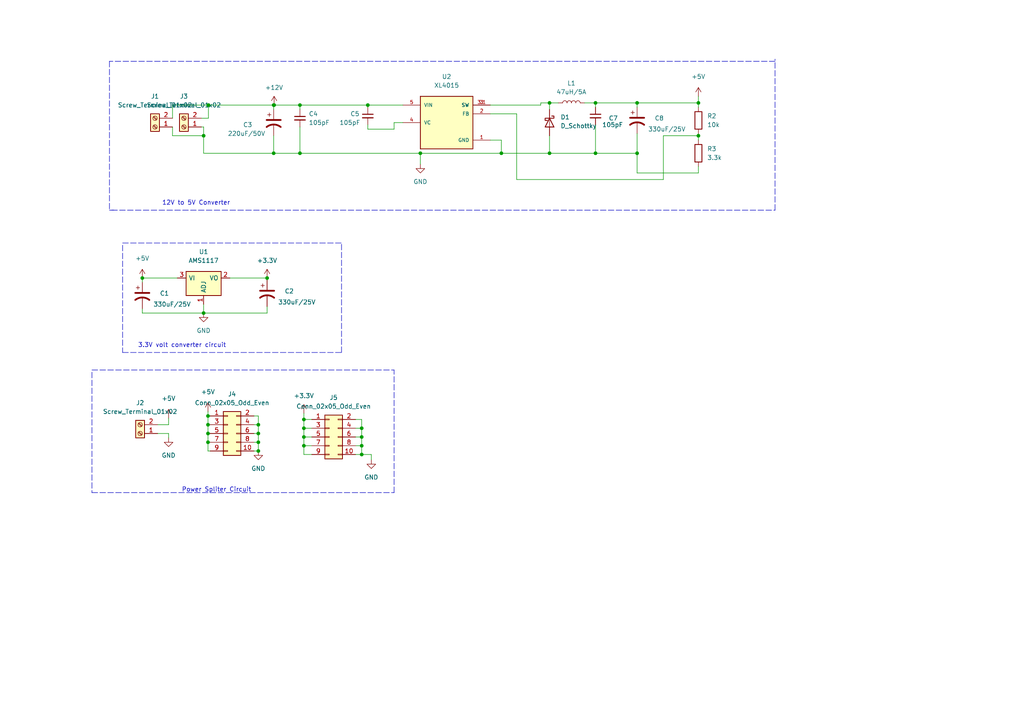
<source format=kicad_sch>
(kicad_sch (version 20211123) (generator eeschema)

  (uuid 8814adb0-de71-4ff2-93ac-a40afa36d7f5)

  (paper "A4")

  (lib_symbols
    (symbol "Connector:Screw_Terminal_01x02" (pin_names (offset 1.016) hide) (in_bom yes) (on_board yes)
      (property "Reference" "J" (id 0) (at 0 2.54 0)
        (effects (font (size 1.27 1.27)))
      )
      (property "Value" "Screw_Terminal_01x02" (id 1) (at 0 -5.08 0)
        (effects (font (size 1.27 1.27)))
      )
      (property "Footprint" "" (id 2) (at 0 0 0)
        (effects (font (size 1.27 1.27)) hide)
      )
      (property "Datasheet" "~" (id 3) (at 0 0 0)
        (effects (font (size 1.27 1.27)) hide)
      )
      (property "ki_keywords" "screw terminal" (id 4) (at 0 0 0)
        (effects (font (size 1.27 1.27)) hide)
      )
      (property "ki_description" "Generic screw terminal, single row, 01x02, script generated (kicad-library-utils/schlib/autogen/connector/)" (id 5) (at 0 0 0)
        (effects (font (size 1.27 1.27)) hide)
      )
      (property "ki_fp_filters" "TerminalBlock*:*" (id 6) (at 0 0 0)
        (effects (font (size 1.27 1.27)) hide)
      )
      (symbol "Screw_Terminal_01x02_1_1"
        (rectangle (start -1.27 1.27) (end 1.27 -3.81)
          (stroke (width 0.254) (type default) (color 0 0 0 0))
          (fill (type background))
        )
        (circle (center 0 -2.54) (radius 0.635)
          (stroke (width 0.1524) (type default) (color 0 0 0 0))
          (fill (type none))
        )
        (polyline
          (pts
            (xy -0.5334 -2.2098)
            (xy 0.3302 -3.048)
          )
          (stroke (width 0.1524) (type default) (color 0 0 0 0))
          (fill (type none))
        )
        (polyline
          (pts
            (xy -0.5334 0.3302)
            (xy 0.3302 -0.508)
          )
          (stroke (width 0.1524) (type default) (color 0 0 0 0))
          (fill (type none))
        )
        (polyline
          (pts
            (xy -0.3556 -2.032)
            (xy 0.508 -2.8702)
          )
          (stroke (width 0.1524) (type default) (color 0 0 0 0))
          (fill (type none))
        )
        (polyline
          (pts
            (xy -0.3556 0.508)
            (xy 0.508 -0.3302)
          )
          (stroke (width 0.1524) (type default) (color 0 0 0 0))
          (fill (type none))
        )
        (circle (center 0 0) (radius 0.635)
          (stroke (width 0.1524) (type default) (color 0 0 0 0))
          (fill (type none))
        )
        (pin passive line (at -5.08 0 0) (length 3.81)
          (name "Pin_1" (effects (font (size 1.27 1.27))))
          (number "1" (effects (font (size 1.27 1.27))))
        )
        (pin passive line (at -5.08 -2.54 0) (length 3.81)
          (name "Pin_2" (effects (font (size 1.27 1.27))))
          (number "2" (effects (font (size 1.27 1.27))))
        )
      )
    )
    (symbol "Connector_Generic:Conn_02x05_Odd_Even" (pin_names (offset 1.016) hide) (in_bom yes) (on_board yes)
      (property "Reference" "J" (id 0) (at 1.27 7.62 0)
        (effects (font (size 1.27 1.27)))
      )
      (property "Value" "Conn_02x05_Odd_Even" (id 1) (at 1.27 -7.62 0)
        (effects (font (size 1.27 1.27)))
      )
      (property "Footprint" "" (id 2) (at 0 0 0)
        (effects (font (size 1.27 1.27)) hide)
      )
      (property "Datasheet" "~" (id 3) (at 0 0 0)
        (effects (font (size 1.27 1.27)) hide)
      )
      (property "ki_keywords" "connector" (id 4) (at 0 0 0)
        (effects (font (size 1.27 1.27)) hide)
      )
      (property "ki_description" "Generic connector, double row, 02x05, odd/even pin numbering scheme (row 1 odd numbers, row 2 even numbers), script generated (kicad-library-utils/schlib/autogen/connector/)" (id 5) (at 0 0 0)
        (effects (font (size 1.27 1.27)) hide)
      )
      (property "ki_fp_filters" "Connector*:*_2x??_*" (id 6) (at 0 0 0)
        (effects (font (size 1.27 1.27)) hide)
      )
      (symbol "Conn_02x05_Odd_Even_1_1"
        (rectangle (start -1.27 -4.953) (end 0 -5.207)
          (stroke (width 0.1524) (type default) (color 0 0 0 0))
          (fill (type none))
        )
        (rectangle (start -1.27 -2.413) (end 0 -2.667)
          (stroke (width 0.1524) (type default) (color 0 0 0 0))
          (fill (type none))
        )
        (rectangle (start -1.27 0.127) (end 0 -0.127)
          (stroke (width 0.1524) (type default) (color 0 0 0 0))
          (fill (type none))
        )
        (rectangle (start -1.27 2.667) (end 0 2.413)
          (stroke (width 0.1524) (type default) (color 0 0 0 0))
          (fill (type none))
        )
        (rectangle (start -1.27 5.207) (end 0 4.953)
          (stroke (width 0.1524) (type default) (color 0 0 0 0))
          (fill (type none))
        )
        (rectangle (start -1.27 6.35) (end 3.81 -6.35)
          (stroke (width 0.254) (type default) (color 0 0 0 0))
          (fill (type background))
        )
        (rectangle (start 3.81 -4.953) (end 2.54 -5.207)
          (stroke (width 0.1524) (type default) (color 0 0 0 0))
          (fill (type none))
        )
        (rectangle (start 3.81 -2.413) (end 2.54 -2.667)
          (stroke (width 0.1524) (type default) (color 0 0 0 0))
          (fill (type none))
        )
        (rectangle (start 3.81 0.127) (end 2.54 -0.127)
          (stroke (width 0.1524) (type default) (color 0 0 0 0))
          (fill (type none))
        )
        (rectangle (start 3.81 2.667) (end 2.54 2.413)
          (stroke (width 0.1524) (type default) (color 0 0 0 0))
          (fill (type none))
        )
        (rectangle (start 3.81 5.207) (end 2.54 4.953)
          (stroke (width 0.1524) (type default) (color 0 0 0 0))
          (fill (type none))
        )
        (pin passive line (at -5.08 5.08 0) (length 3.81)
          (name "Pin_1" (effects (font (size 1.27 1.27))))
          (number "1" (effects (font (size 1.27 1.27))))
        )
        (pin passive line (at 7.62 -5.08 180) (length 3.81)
          (name "Pin_10" (effects (font (size 1.27 1.27))))
          (number "10" (effects (font (size 1.27 1.27))))
        )
        (pin passive line (at 7.62 5.08 180) (length 3.81)
          (name "Pin_2" (effects (font (size 1.27 1.27))))
          (number "2" (effects (font (size 1.27 1.27))))
        )
        (pin passive line (at -5.08 2.54 0) (length 3.81)
          (name "Pin_3" (effects (font (size 1.27 1.27))))
          (number "3" (effects (font (size 1.27 1.27))))
        )
        (pin passive line (at 7.62 2.54 180) (length 3.81)
          (name "Pin_4" (effects (font (size 1.27 1.27))))
          (number "4" (effects (font (size 1.27 1.27))))
        )
        (pin passive line (at -5.08 0 0) (length 3.81)
          (name "Pin_5" (effects (font (size 1.27 1.27))))
          (number "5" (effects (font (size 1.27 1.27))))
        )
        (pin passive line (at 7.62 0 180) (length 3.81)
          (name "Pin_6" (effects (font (size 1.27 1.27))))
          (number "6" (effects (font (size 1.27 1.27))))
        )
        (pin passive line (at -5.08 -2.54 0) (length 3.81)
          (name "Pin_7" (effects (font (size 1.27 1.27))))
          (number "7" (effects (font (size 1.27 1.27))))
        )
        (pin passive line (at 7.62 -2.54 180) (length 3.81)
          (name "Pin_8" (effects (font (size 1.27 1.27))))
          (number "8" (effects (font (size 1.27 1.27))))
        )
        (pin passive line (at -5.08 -5.08 0) (length 3.81)
          (name "Pin_9" (effects (font (size 1.27 1.27))))
          (number "9" (effects (font (size 1.27 1.27))))
        )
      )
    )
    (symbol "Device:C_Polarized_US" (pin_numbers hide) (pin_names (offset 0.254) hide) (in_bom yes) (on_board yes)
      (property "Reference" "C" (id 0) (at 0.635 2.54 0)
        (effects (font (size 1.27 1.27)) (justify left))
      )
      (property "Value" "C_Polarized_US" (id 1) (at 0.635 -2.54 0)
        (effects (font (size 1.27 1.27)) (justify left))
      )
      (property "Footprint" "" (id 2) (at 0 0 0)
        (effects (font (size 1.27 1.27)) hide)
      )
      (property "Datasheet" "~" (id 3) (at 0 0 0)
        (effects (font (size 1.27 1.27)) hide)
      )
      (property "ki_keywords" "cap capacitor" (id 4) (at 0 0 0)
        (effects (font (size 1.27 1.27)) hide)
      )
      (property "ki_description" "Polarized capacitor, US symbol" (id 5) (at 0 0 0)
        (effects (font (size 1.27 1.27)) hide)
      )
      (property "ki_fp_filters" "CP_*" (id 6) (at 0 0 0)
        (effects (font (size 1.27 1.27)) hide)
      )
      (symbol "C_Polarized_US_0_1"
        (polyline
          (pts
            (xy -2.032 0.762)
            (xy 2.032 0.762)
          )
          (stroke (width 0.508) (type default) (color 0 0 0 0))
          (fill (type none))
        )
        (polyline
          (pts
            (xy -1.778 2.286)
            (xy -0.762 2.286)
          )
          (stroke (width 0) (type default) (color 0 0 0 0))
          (fill (type none))
        )
        (polyline
          (pts
            (xy -1.27 1.778)
            (xy -1.27 2.794)
          )
          (stroke (width 0) (type default) (color 0 0 0 0))
          (fill (type none))
        )
        (arc (start 2.032 -1.27) (mid 0 -0.5572) (end -2.032 -1.27)
          (stroke (width 0.508) (type default) (color 0 0 0 0))
          (fill (type none))
        )
      )
      (symbol "C_Polarized_US_1_1"
        (pin passive line (at 0 3.81 270) (length 2.794)
          (name "~" (effects (font (size 1.27 1.27))))
          (number "1" (effects (font (size 1.27 1.27))))
        )
        (pin passive line (at 0 -3.81 90) (length 3.302)
          (name "~" (effects (font (size 1.27 1.27))))
          (number "2" (effects (font (size 1.27 1.27))))
        )
      )
    )
    (symbol "Device:C_Small" (pin_numbers hide) (pin_names (offset 0.254) hide) (in_bom yes) (on_board yes)
      (property "Reference" "C" (id 0) (at 0.254 1.778 0)
        (effects (font (size 1.27 1.27)) (justify left))
      )
      (property "Value" "C_Small" (id 1) (at 0.254 -2.032 0)
        (effects (font (size 1.27 1.27)) (justify left))
      )
      (property "Footprint" "" (id 2) (at 0 0 0)
        (effects (font (size 1.27 1.27)) hide)
      )
      (property "Datasheet" "~" (id 3) (at 0 0 0)
        (effects (font (size 1.27 1.27)) hide)
      )
      (property "ki_keywords" "capacitor cap" (id 4) (at 0 0 0)
        (effects (font (size 1.27 1.27)) hide)
      )
      (property "ki_description" "Unpolarized capacitor, small symbol" (id 5) (at 0 0 0)
        (effects (font (size 1.27 1.27)) hide)
      )
      (property "ki_fp_filters" "C_*" (id 6) (at 0 0 0)
        (effects (font (size 1.27 1.27)) hide)
      )
      (symbol "C_Small_0_1"
        (polyline
          (pts
            (xy -1.524 -0.508)
            (xy 1.524 -0.508)
          )
          (stroke (width 0.3302) (type default) (color 0 0 0 0))
          (fill (type none))
        )
        (polyline
          (pts
            (xy -1.524 0.508)
            (xy 1.524 0.508)
          )
          (stroke (width 0.3048) (type default) (color 0 0 0 0))
          (fill (type none))
        )
      )
      (symbol "C_Small_1_1"
        (pin passive line (at 0 2.54 270) (length 2.032)
          (name "~" (effects (font (size 1.27 1.27))))
          (number "1" (effects (font (size 1.27 1.27))))
        )
        (pin passive line (at 0 -2.54 90) (length 2.032)
          (name "~" (effects (font (size 1.27 1.27))))
          (number "2" (effects (font (size 1.27 1.27))))
        )
      )
    )
    (symbol "Device:D_Schottky" (pin_numbers hide) (pin_names (offset 1.016) hide) (in_bom yes) (on_board yes)
      (property "Reference" "D" (id 0) (at 0 2.54 0)
        (effects (font (size 1.27 1.27)))
      )
      (property "Value" "D_Schottky" (id 1) (at 0 -2.54 0)
        (effects (font (size 1.27 1.27)))
      )
      (property "Footprint" "" (id 2) (at 0 0 0)
        (effects (font (size 1.27 1.27)) hide)
      )
      (property "Datasheet" "~" (id 3) (at 0 0 0)
        (effects (font (size 1.27 1.27)) hide)
      )
      (property "ki_keywords" "diode Schottky" (id 4) (at 0 0 0)
        (effects (font (size 1.27 1.27)) hide)
      )
      (property "ki_description" "Schottky diode" (id 5) (at 0 0 0)
        (effects (font (size 1.27 1.27)) hide)
      )
      (property "ki_fp_filters" "TO-???* *_Diode_* *SingleDiode* D_*" (id 6) (at 0 0 0)
        (effects (font (size 1.27 1.27)) hide)
      )
      (symbol "D_Schottky_0_1"
        (polyline
          (pts
            (xy 1.27 0)
            (xy -1.27 0)
          )
          (stroke (width 0) (type default) (color 0 0 0 0))
          (fill (type none))
        )
        (polyline
          (pts
            (xy 1.27 1.27)
            (xy 1.27 -1.27)
            (xy -1.27 0)
            (xy 1.27 1.27)
          )
          (stroke (width 0.254) (type default) (color 0 0 0 0))
          (fill (type none))
        )
        (polyline
          (pts
            (xy -1.905 0.635)
            (xy -1.905 1.27)
            (xy -1.27 1.27)
            (xy -1.27 -1.27)
            (xy -0.635 -1.27)
            (xy -0.635 -0.635)
          )
          (stroke (width 0.254) (type default) (color 0 0 0 0))
          (fill (type none))
        )
      )
      (symbol "D_Schottky_1_1"
        (pin passive line (at -3.81 0 0) (length 2.54)
          (name "K" (effects (font (size 1.27 1.27))))
          (number "1" (effects (font (size 1.27 1.27))))
        )
        (pin passive line (at 3.81 0 180) (length 2.54)
          (name "A" (effects (font (size 1.27 1.27))))
          (number "2" (effects (font (size 1.27 1.27))))
        )
      )
    )
    (symbol "Device:L" (pin_numbers hide) (pin_names (offset 1.016) hide) (in_bom yes) (on_board yes)
      (property "Reference" "L" (id 0) (at -1.27 0 90)
        (effects (font (size 1.27 1.27)))
      )
      (property "Value" "L" (id 1) (at 1.905 0 90)
        (effects (font (size 1.27 1.27)))
      )
      (property "Footprint" "" (id 2) (at 0 0 0)
        (effects (font (size 1.27 1.27)) hide)
      )
      (property "Datasheet" "~" (id 3) (at 0 0 0)
        (effects (font (size 1.27 1.27)) hide)
      )
      (property "ki_keywords" "inductor choke coil reactor magnetic" (id 4) (at 0 0 0)
        (effects (font (size 1.27 1.27)) hide)
      )
      (property "ki_description" "Inductor" (id 5) (at 0 0 0)
        (effects (font (size 1.27 1.27)) hide)
      )
      (property "ki_fp_filters" "Choke_* *Coil* Inductor_* L_*" (id 6) (at 0 0 0)
        (effects (font (size 1.27 1.27)) hide)
      )
      (symbol "L_0_1"
        (arc (start 0 -2.54) (mid 0.635 -1.905) (end 0 -1.27)
          (stroke (width 0) (type default) (color 0 0 0 0))
          (fill (type none))
        )
        (arc (start 0 -1.27) (mid 0.635 -0.635) (end 0 0)
          (stroke (width 0) (type default) (color 0 0 0 0))
          (fill (type none))
        )
        (arc (start 0 0) (mid 0.635 0.635) (end 0 1.27)
          (stroke (width 0) (type default) (color 0 0 0 0))
          (fill (type none))
        )
        (arc (start 0 1.27) (mid 0.635 1.905) (end 0 2.54)
          (stroke (width 0) (type default) (color 0 0 0 0))
          (fill (type none))
        )
      )
      (symbol "L_1_1"
        (pin passive line (at 0 3.81 270) (length 1.27)
          (name "1" (effects (font (size 1.27 1.27))))
          (number "1" (effects (font (size 1.27 1.27))))
        )
        (pin passive line (at 0 -3.81 90) (length 1.27)
          (name "2" (effects (font (size 1.27 1.27))))
          (number "2" (effects (font (size 1.27 1.27))))
        )
      )
    )
    (symbol "Device:R" (pin_numbers hide) (pin_names (offset 0)) (in_bom yes) (on_board yes)
      (property "Reference" "R" (id 0) (at 2.032 0 90)
        (effects (font (size 1.27 1.27)))
      )
      (property "Value" "R" (id 1) (at 0 0 90)
        (effects (font (size 1.27 1.27)))
      )
      (property "Footprint" "" (id 2) (at -1.778 0 90)
        (effects (font (size 1.27 1.27)) hide)
      )
      (property "Datasheet" "~" (id 3) (at 0 0 0)
        (effects (font (size 1.27 1.27)) hide)
      )
      (property "ki_keywords" "R res resistor" (id 4) (at 0 0 0)
        (effects (font (size 1.27 1.27)) hide)
      )
      (property "ki_description" "Resistor" (id 5) (at 0 0 0)
        (effects (font (size 1.27 1.27)) hide)
      )
      (property "ki_fp_filters" "R_*" (id 6) (at 0 0 0)
        (effects (font (size 1.27 1.27)) hide)
      )
      (symbol "R_0_1"
        (rectangle (start -1.016 -2.54) (end 1.016 2.54)
          (stroke (width 0.254) (type default) (color 0 0 0 0))
          (fill (type none))
        )
      )
      (symbol "R_1_1"
        (pin passive line (at 0 3.81 270) (length 1.27)
          (name "~" (effects (font (size 1.27 1.27))))
          (number "1" (effects (font (size 1.27 1.27))))
        )
        (pin passive line (at 0 -3.81 90) (length 1.27)
          (name "~" (effects (font (size 1.27 1.27))))
          (number "2" (effects (font (size 1.27 1.27))))
        )
      )
    )
    (symbol "Regulator_Linear:AMS1117" (pin_names (offset 0.762)) (in_bom yes) (on_board yes)
      (property "Reference" "U" (id 0) (at -3.81 3.175 0)
        (effects (font (size 1.27 1.27)))
      )
      (property "Value" "AMS1117" (id 1) (at 0 3.175 0)
        (effects (font (size 1.27 1.27)) (justify left))
      )
      (property "Footprint" "Package_TO_SOT_SMD:SOT-223-3_TabPin2" (id 2) (at 0 5.08 0)
        (effects (font (size 1.27 1.27)) hide)
      )
      (property "Datasheet" "http://www.advanced-monolithic.com/pdf/ds1117.pdf" (id 3) (at 2.54 -6.35 0)
        (effects (font (size 1.27 1.27)) hide)
      )
      (property "ki_keywords" "linear regulator ldo adjustable positive" (id 4) (at 0 0 0)
        (effects (font (size 1.27 1.27)) hide)
      )
      (property "ki_description" "1A Low Dropout regulator, positive, adjustable output, SOT-223" (id 5) (at 0 0 0)
        (effects (font (size 1.27 1.27)) hide)
      )
      (property "ki_fp_filters" "SOT?223*TabPin2*" (id 6) (at 0 0 0)
        (effects (font (size 1.27 1.27)) hide)
      )
      (symbol "AMS1117_0_1"
        (rectangle (start -5.08 -5.08) (end 5.08 1.905)
          (stroke (width 0.254) (type default) (color 0 0 0 0))
          (fill (type background))
        )
      )
      (symbol "AMS1117_1_1"
        (pin input line (at 0 -7.62 90) (length 2.54)
          (name "ADJ" (effects (font (size 1.27 1.27))))
          (number "1" (effects (font (size 1.27 1.27))))
        )
        (pin power_out line (at 7.62 0 180) (length 2.54)
          (name "VO" (effects (font (size 1.27 1.27))))
          (number "2" (effects (font (size 1.27 1.27))))
        )
        (pin power_in line (at -7.62 0 0) (length 2.54)
          (name "VI" (effects (font (size 1.27 1.27))))
          (number "3" (effects (font (size 1.27 1.27))))
        )
      )
    )
    (symbol "power:+12V" (power) (pin_names (offset 0)) (in_bom yes) (on_board yes)
      (property "Reference" "#PWR" (id 0) (at 0 -3.81 0)
        (effects (font (size 1.27 1.27)) hide)
      )
      (property "Value" "+12V" (id 1) (at 0 3.556 0)
        (effects (font (size 1.27 1.27)))
      )
      (property "Footprint" "" (id 2) (at 0 0 0)
        (effects (font (size 1.27 1.27)) hide)
      )
      (property "Datasheet" "" (id 3) (at 0 0 0)
        (effects (font (size 1.27 1.27)) hide)
      )
      (property "ki_keywords" "global power" (id 4) (at 0 0 0)
        (effects (font (size 1.27 1.27)) hide)
      )
      (property "ki_description" "Power symbol creates a global label with name \"+12V\"" (id 5) (at 0 0 0)
        (effects (font (size 1.27 1.27)) hide)
      )
      (symbol "+12V_0_1"
        (polyline
          (pts
            (xy -0.762 1.27)
            (xy 0 2.54)
          )
          (stroke (width 0) (type default) (color 0 0 0 0))
          (fill (type none))
        )
        (polyline
          (pts
            (xy 0 0)
            (xy 0 2.54)
          )
          (stroke (width 0) (type default) (color 0 0 0 0))
          (fill (type none))
        )
        (polyline
          (pts
            (xy 0 2.54)
            (xy 0.762 1.27)
          )
          (stroke (width 0) (type default) (color 0 0 0 0))
          (fill (type none))
        )
      )
      (symbol "+12V_1_1"
        (pin power_in line (at 0 0 90) (length 0) hide
          (name "+12V" (effects (font (size 1.27 1.27))))
          (number "1" (effects (font (size 1.27 1.27))))
        )
      )
    )
    (symbol "power:+3.3V" (power) (pin_names (offset 0)) (in_bom yes) (on_board yes)
      (property "Reference" "#PWR" (id 0) (at 0 -3.81 0)
        (effects (font (size 1.27 1.27)) hide)
      )
      (property "Value" "+3.3V" (id 1) (at 0 3.556 0)
        (effects (font (size 1.27 1.27)))
      )
      (property "Footprint" "" (id 2) (at 0 0 0)
        (effects (font (size 1.27 1.27)) hide)
      )
      (property "Datasheet" "" (id 3) (at 0 0 0)
        (effects (font (size 1.27 1.27)) hide)
      )
      (property "ki_keywords" "global power" (id 4) (at 0 0 0)
        (effects (font (size 1.27 1.27)) hide)
      )
      (property "ki_description" "Power symbol creates a global label with name \"+3.3V\"" (id 5) (at 0 0 0)
        (effects (font (size 1.27 1.27)) hide)
      )
      (symbol "+3.3V_0_1"
        (polyline
          (pts
            (xy -0.762 1.27)
            (xy 0 2.54)
          )
          (stroke (width 0) (type default) (color 0 0 0 0))
          (fill (type none))
        )
        (polyline
          (pts
            (xy 0 0)
            (xy 0 2.54)
          )
          (stroke (width 0) (type default) (color 0 0 0 0))
          (fill (type none))
        )
        (polyline
          (pts
            (xy 0 2.54)
            (xy 0.762 1.27)
          )
          (stroke (width 0) (type default) (color 0 0 0 0))
          (fill (type none))
        )
      )
      (symbol "+3.3V_1_1"
        (pin power_in line (at 0 0 90) (length 0) hide
          (name "+3.3V" (effects (font (size 1.27 1.27))))
          (number "1" (effects (font (size 1.27 1.27))))
        )
      )
    )
    (symbol "power:+5V" (power) (pin_names (offset 0)) (in_bom yes) (on_board yes)
      (property "Reference" "#PWR" (id 0) (at 0 -3.81 0)
        (effects (font (size 1.27 1.27)) hide)
      )
      (property "Value" "+5V" (id 1) (at 0 3.556 0)
        (effects (font (size 1.27 1.27)))
      )
      (property "Footprint" "" (id 2) (at 0 0 0)
        (effects (font (size 1.27 1.27)) hide)
      )
      (property "Datasheet" "" (id 3) (at 0 0 0)
        (effects (font (size 1.27 1.27)) hide)
      )
      (property "ki_keywords" "global power" (id 4) (at 0 0 0)
        (effects (font (size 1.27 1.27)) hide)
      )
      (property "ki_description" "Power symbol creates a global label with name \"+5V\"" (id 5) (at 0 0 0)
        (effects (font (size 1.27 1.27)) hide)
      )
      (symbol "+5V_0_1"
        (polyline
          (pts
            (xy -0.762 1.27)
            (xy 0 2.54)
          )
          (stroke (width 0) (type default) (color 0 0 0 0))
          (fill (type none))
        )
        (polyline
          (pts
            (xy 0 0)
            (xy 0 2.54)
          )
          (stroke (width 0) (type default) (color 0 0 0 0))
          (fill (type none))
        )
        (polyline
          (pts
            (xy 0 2.54)
            (xy 0.762 1.27)
          )
          (stroke (width 0) (type default) (color 0 0 0 0))
          (fill (type none))
        )
      )
      (symbol "+5V_1_1"
        (pin power_in line (at 0 0 90) (length 0) hide
          (name "+5V" (effects (font (size 1.27 1.27))))
          (number "1" (effects (font (size 1.27 1.27))))
        )
      )
    )
    (symbol "power:GND" (power) (pin_names (offset 0)) (in_bom yes) (on_board yes)
      (property "Reference" "#PWR" (id 0) (at 0 -6.35 0)
        (effects (font (size 1.27 1.27)) hide)
      )
      (property "Value" "GND" (id 1) (at 0 -3.81 0)
        (effects (font (size 1.27 1.27)))
      )
      (property "Footprint" "" (id 2) (at 0 0 0)
        (effects (font (size 1.27 1.27)) hide)
      )
      (property "Datasheet" "" (id 3) (at 0 0 0)
        (effects (font (size 1.27 1.27)) hide)
      )
      (property "ki_keywords" "global power" (id 4) (at 0 0 0)
        (effects (font (size 1.27 1.27)) hide)
      )
      (property "ki_description" "Power symbol creates a global label with name \"GND\" , ground" (id 5) (at 0 0 0)
        (effects (font (size 1.27 1.27)) hide)
      )
      (symbol "GND_0_1"
        (polyline
          (pts
            (xy 0 0)
            (xy 0 -1.27)
            (xy 1.27 -1.27)
            (xy 0 -2.54)
            (xy -1.27 -1.27)
            (xy 0 -1.27)
          )
          (stroke (width 0) (type default) (color 0 0 0 0))
          (fill (type none))
        )
      )
      (symbol "GND_1_1"
        (pin power_in line (at 0 0 270) (length 0) hide
          (name "GND" (effects (font (size 1.27 1.27))))
          (number "1" (effects (font (size 1.27 1.27))))
        )
      )
    )
    (symbol "xl4015:XL4015" (pin_names (offset 1.016)) (in_bom yes) (on_board yes)
      (property "Reference" "U" (id 0) (at -7.62 8.89 0)
        (effects (font (size 1.27 1.27)) (justify left bottom))
      )
      (property "Value" "XL4015" (id 1) (at -7.62 -9.906 0)
        (effects (font (size 1.27 1.27)) (justify left bottom))
      )
      (property "Footprint" "CONV_XL4015" (id 2) (at 0 0 0)
        (effects (font (size 1.27 1.27)) (justify left bottom) hide)
      )
      (property "Datasheet" "" (id 3) (at 0 0 0)
        (effects (font (size 1.27 1.27)) (justify left bottom) hide)
      )
      (property "STANDARD" "Manufacturer Recommendations" (id 4) (at 0 0 0)
        (effects (font (size 1.27 1.27)) (justify left bottom) hide)
      )
      (property "MAXIMUM_PACKAGE_HEIGHT" "4.77mm" (id 5) (at 0 0 0)
        (effects (font (size 1.27 1.27)) (justify left bottom) hide)
      )
      (property "PARTREV" "1.5" (id 6) (at 0 0 0)
        (effects (font (size 1.27 1.27)) (justify left bottom) hide)
      )
      (property "MANUFACTURER" "XLSEMI" (id 7) (at 0 0 0)
        (effects (font (size 1.27 1.27)) (justify left bottom) hide)
      )
      (property "ki_locked" "" (id 8) (at 0 0 0)
        (effects (font (size 1.27 1.27)))
      )
      (symbol "XL4015_0_0"
        (rectangle (start -7.62 -7.62) (end 7.62 7.62)
          (stroke (width 0.254) (type default) (color 0 0 0 0))
          (fill (type background))
        )
        (pin power_in line (at 12.7 -5.08 180) (length 5.08)
          (name "GND" (effects (font (size 1.016 1.016))))
          (number "1" (effects (font (size 1.016 1.016))))
        )
        (pin input line (at 12.7 2.54 180) (length 5.08)
          (name "FB" (effects (font (size 1.016 1.016))))
          (number "2" (effects (font (size 1.016 1.016))))
        )
        (pin output line (at 12.7 5.08 180) (length 5.08)
          (name "SW" (effects (font (size 1.016 1.016))))
          (number "3" (effects (font (size 1.016 1.016))))
        )
        (pin output line (at 12.7 5.08 180) (length 5.08)
          (name "SW" (effects (font (size 1.016 1.016))))
          (number "3.1" (effects (font (size 1.016 1.016))))
        )
        (pin passive line (at -12.7 0 0) (length 5.08)
          (name "VC" (effects (font (size 1.016 1.016))))
          (number "4" (effects (font (size 1.016 1.016))))
        )
        (pin input line (at -12.7 5.08 0) (length 5.08)
          (name "VIN" (effects (font (size 1.016 1.016))))
          (number "5" (effects (font (size 1.016 1.016))))
        )
      )
    )
  )

  (junction (at 202.565 39.37) (diameter 0) (color 0 0 0 0)
    (uuid 005b1bcf-65f9-4596-972f-c7da6d2b06ce)
  )
  (junction (at 88.138 126.746) (diameter 0) (color 0 0 0 0)
    (uuid 0a8c3cc6-e6ea-4d9d-ab22-547ce2ce6e76)
  )
  (junction (at 184.785 29.845) (diameter 0) (color 0 0 0 0)
    (uuid 0e6061f4-3ae4-487c-bc2f-0422f99ce1e1)
  )
  (junction (at 159.385 29.845) (diameter 0) (color 0 0 0 0)
    (uuid 107fafa6-625a-4318-b6b9-62adfd1d8279)
  )
  (junction (at 74.93 125.73) (diameter 0) (color 0 0 0 0)
    (uuid 15304b8c-9e93-4a16-86c1-61b05eebdf69)
  )
  (junction (at 159.385 44.45) (diameter 0) (color 0 0 0 0)
    (uuid 159e4354-3870-4c7b-bd86-962fca4d7741)
  )
  (junction (at 60.325 128.27) (diameter 0) (color 0 0 0 0)
    (uuid 1fbf4432-3d8e-4a47-9151-243c62d9d56c)
  )
  (junction (at 104.902 129.286) (diameter 0) (color 0 0 0 0)
    (uuid 2b0e0b41-7a82-4f47-931a-6e056e0c9aae)
  )
  (junction (at 60.325 123.19) (diameter 0) (color 0 0 0 0)
    (uuid 3290c31d-b9d1-4f33-bd3d-c45c63785873)
  )
  (junction (at 74.93 123.19) (diameter 0) (color 0 0 0 0)
    (uuid 3396f237-fcf7-44b1-b696-fe2a3cefbbb9)
  )
  (junction (at 184.785 44.45) (diameter 0) (color 0 0 0 0)
    (uuid 35994524-29e4-4c59-81bb-bc2cf6998054)
  )
  (junction (at 145.415 44.45) (diameter 0) (color 0 0 0 0)
    (uuid 43aaf686-77cb-4ae5-aa98-e0d08f1652a4)
  )
  (junction (at 104.902 126.746) (diameter 0) (color 0 0 0 0)
    (uuid 457b7a5c-1c16-4a13-ba5b-5450c85ded07)
  )
  (junction (at 77.47 80.645) (diameter 0) (color 0 0 0 0)
    (uuid 47e40822-961b-46d7-bd09-d2e6316a84a4)
  )
  (junction (at 60.452 30.48) (diameter 0) (color 0 0 0 0)
    (uuid 4af7a014-d794-4641-83cc-262293a6b4ba)
  )
  (junction (at 59.055 39.37) (diameter 0) (color 0 0 0 0)
    (uuid 4ba417fd-380c-4f57-bee2-27605dfcd1ae)
  )
  (junction (at 74.93 128.27) (diameter 0) (color 0 0 0 0)
    (uuid 5555f3e3-cdc7-4f4c-93a1-d72ae1d94b0d)
  )
  (junction (at 41.275 80.645) (diameter 0) (color 0 0 0 0)
    (uuid 5cc559fa-e652-4b8b-8bd2-1e3e52090b12)
  )
  (junction (at 202.565 29.845) (diameter 0) (color 0 0 0 0)
    (uuid 6e050b78-85e8-4b45-8d1c-35e5385b1553)
  )
  (junction (at 88.138 129.286) (diameter 0) (color 0 0 0 0)
    (uuid 72d2457c-ea23-40b4-bd6e-a3a919eedc20)
  )
  (junction (at 104.902 124.206) (diameter 0) (color 0 0 0 0)
    (uuid 838542d6-9987-4411-9d5f-05779479b889)
  )
  (junction (at 121.92 44.45) (diameter 0) (color 0 0 0 0)
    (uuid 8420190a-a09a-46b0-beaa-31122b74cc67)
  )
  (junction (at 104.902 131.826) (diameter 0) (color 0 0 0 0)
    (uuid 85d67887-3601-4a30-894d-198f4610aec4)
  )
  (junction (at 172.72 29.845) (diameter 0) (color 0 0 0 0)
    (uuid 91f79174-c800-40a7-82fe-785858fdb2c3)
  )
  (junction (at 106.68 30.48) (diameter 0) (color 0 0 0 0)
    (uuid 990d702b-f57b-416e-8251-ddd350775393)
  )
  (junction (at 60.325 125.73) (diameter 0) (color 0 0 0 0)
    (uuid 9a18fdf9-b6fc-4572-b916-286c7ac733f5)
  )
  (junction (at 88.138 124.206) (diameter 0) (color 0 0 0 0)
    (uuid 9ca46e54-7cac-4cda-8332-a53362499266)
  )
  (junction (at 79.375 30.48) (diameter 0) (color 0 0 0 0)
    (uuid a2cd6e83-9070-4367-a192-cc73dad07ffd)
  )
  (junction (at 59.055 90.805) (diameter 0) (color 0 0 0 0)
    (uuid a61616c6-5d34-4623-bd5c-19272bbacef6)
  )
  (junction (at 79.375 44.45) (diameter 0) (color 0 0 0 0)
    (uuid b6555d11-80eb-4d2e-b764-7fc99adea080)
  )
  (junction (at 74.93 130.81) (diameter 0) (color 0 0 0 0)
    (uuid b83d9c82-4936-4425-96ff-46f6c3843749)
  )
  (junction (at 88.138 121.666) (diameter 0) (color 0 0 0 0)
    (uuid bd273b95-5272-4f44-a2a2-dd4e4ff270d4)
  )
  (junction (at 79.502 30.48) (diameter 0) (color 0 0 0 0)
    (uuid c0d298da-3925-4d97-8a11-86ea8f59fd5d)
  )
  (junction (at 86.995 44.45) (diameter 0) (color 0 0 0 0)
    (uuid daf2a2c8-e9c5-4117-bae4-37507349d594)
  )
  (junction (at 60.325 120.65) (diameter 0) (color 0 0 0 0)
    (uuid db0fc0a0-f8f6-47ba-ab20-8a450e1b7751)
  )
  (junction (at 172.72 44.45) (diameter 0) (color 0 0 0 0)
    (uuid e5bb2c08-1d60-420c-ad1d-d0c0064ef3a6)
  )
  (junction (at 86.995 30.48) (diameter 0) (color 0 0 0 0)
    (uuid e65caedc-6b7d-4b2a-965a-98690ae3a659)
  )

  (wire (pts (xy 172.72 29.845) (xy 184.785 29.845))
    (stroke (width 0) (type default) (color 0 0 0 0))
    (uuid 02e8df5c-935e-4fb0-b7ec-91b87a9cb406)
  )
  (wire (pts (xy 60.325 120.65) (xy 60.325 123.19))
    (stroke (width 0) (type default) (color 0 0 0 0))
    (uuid 02f8b964-51d9-4cc9-a5a5-89273165e39f)
  )
  (wire (pts (xy 159.385 29.845) (xy 159.385 31.75))
    (stroke (width 0) (type default) (color 0 0 0 0))
    (uuid 030ec8d6-5997-4b6b-bda2-d146768e0dde)
  )
  (wire (pts (xy 79.375 44.45) (xy 79.375 39.37))
    (stroke (width 0) (type default) (color 0 0 0 0))
    (uuid 03280f57-1cc6-430c-a85d-b66c917499bf)
  )
  (wire (pts (xy 88.138 129.286) (xy 88.138 131.826))
    (stroke (width 0) (type default) (color 0 0 0 0))
    (uuid 03c5b493-a79c-4572-b9d0-15ef243c176d)
  )
  (wire (pts (xy 74.93 130.81) (xy 73.66 130.81))
    (stroke (width 0) (type default) (color 0 0 0 0))
    (uuid 040721a5-19d0-4be9-adbe-f369e5b88e2e)
  )
  (wire (pts (xy 142.24 30.48) (xy 156.845 30.48))
    (stroke (width 0) (type default) (color 0 0 0 0))
    (uuid 072530a8-3537-4b63-b38f-8134aa273ede)
  )
  (wire (pts (xy 59.055 90.805) (xy 59.055 88.265))
    (stroke (width 0) (type default) (color 0 0 0 0))
    (uuid 07f19d9d-fed1-40b5-ad8f-c6d68a4ec133)
  )
  (wire (pts (xy 48.895 123.19) (xy 45.72 123.19))
    (stroke (width 0) (type default) (color 0 0 0 0))
    (uuid 080770ca-627a-4d7a-b551-6ce76b41a6e8)
  )
  (wire (pts (xy 121.92 44.45) (xy 121.92 47.625))
    (stroke (width 0) (type default) (color 0 0 0 0))
    (uuid 0f0cecc9-50a7-438b-86e9-9cd03ac43903)
  )
  (wire (pts (xy 184.785 44.45) (xy 184.785 38.735))
    (stroke (width 0) (type default) (color 0 0 0 0))
    (uuid 10d8648a-8395-45aa-8a20-db8924d842a3)
  )
  (wire (pts (xy 48.895 125.73) (xy 48.895 127))
    (stroke (width 0) (type default) (color 0 0 0 0))
    (uuid 10eccc39-e634-41bd-8927-3c6fb7bb57ba)
  )
  (wire (pts (xy 41.275 89.535) (xy 41.275 90.805))
    (stroke (width 0) (type default) (color 0 0 0 0))
    (uuid 1345e158-056e-4148-8e1b-c3edb7d66f99)
  )
  (wire (pts (xy 104.902 129.286) (xy 104.902 131.826))
    (stroke (width 0) (type default) (color 0 0 0 0))
    (uuid 14f75d0d-4bc5-47c0-9298-e89015164570)
  )
  (wire (pts (xy 73.66 125.73) (xy 74.93 125.73))
    (stroke (width 0) (type default) (color 0 0 0 0))
    (uuid 15461f1f-cd29-49fe-8a47-0a7e9965ff07)
  )
  (wire (pts (xy 74.93 125.73) (xy 74.93 128.27))
    (stroke (width 0) (type default) (color 0 0 0 0))
    (uuid 157e3eb2-e25f-4b69-a392-4d6cd896160d)
  )
  (wire (pts (xy 202.565 39.37) (xy 192.405 39.37))
    (stroke (width 0) (type default) (color 0 0 0 0))
    (uuid 1962eaac-f27a-4399-a8e0-e785925deb55)
  )
  (wire (pts (xy 103.124 126.746) (xy 104.902 126.746))
    (stroke (width 0) (type default) (color 0 0 0 0))
    (uuid 1974cd1f-b4db-4c0d-9c2a-ee0b90b182ce)
  )
  (wire (pts (xy 106.68 37.465) (xy 114.3 37.465))
    (stroke (width 0) (type default) (color 0 0 0 0))
    (uuid 1b4c6a94-d5f8-4f77-bfc3-a7ac58528f4d)
  )
  (wire (pts (xy 79.375 30.48) (xy 79.375 31.75))
    (stroke (width 0) (type default) (color 0 0 0 0))
    (uuid 1be042ca-e803-4c2b-849f-b6726a6f3d53)
  )
  (wire (pts (xy 41.275 80.645) (xy 41.275 81.915))
    (stroke (width 0) (type default) (color 0 0 0 0))
    (uuid 1cce0708-3218-42a0-845c-b4c8723c2015)
  )
  (polyline (pts (xy 35.56 102.235) (xy 99.06 102.235))
    (stroke (width 0) (type default) (color 0 0 0 0))
    (uuid 1e740c47-e968-490c-9022-0c0690ba1076)
  )
  (polyline (pts (xy 26.67 142.875) (xy 114.3 142.875))
    (stroke (width 0) (type default) (color 0 0 0 0))
    (uuid 21d370ec-fdb4-442e-8693-600c55c59efe)
  )

  (wire (pts (xy 74.93 128.27) (xy 74.93 130.81))
    (stroke (width 0) (type default) (color 0 0 0 0))
    (uuid 27a40bda-9350-4724-910f-d8469cc50dd3)
  )
  (wire (pts (xy 73.66 128.27) (xy 74.93 128.27))
    (stroke (width 0) (type default) (color 0 0 0 0))
    (uuid 293f7e45-0090-4e58-a89e-2ee3fa509bfa)
  )
  (wire (pts (xy 103.124 129.286) (xy 104.902 129.286))
    (stroke (width 0) (type default) (color 0 0 0 0))
    (uuid 2a471d15-2bcb-429e-8626-570f99c895c5)
  )
  (wire (pts (xy 202.565 39.37) (xy 202.565 40.64))
    (stroke (width 0) (type default) (color 0 0 0 0))
    (uuid 2a948611-8916-4e4f-88ed-0267448c77eb)
  )
  (wire (pts (xy 202.565 29.845) (xy 202.565 31.115))
    (stroke (width 0) (type default) (color 0 0 0 0))
    (uuid 2fa377d1-719f-4b7a-ad79-c726ec7c11e5)
  )
  (wire (pts (xy 59.055 39.37) (xy 59.055 36.83))
    (stroke (width 0) (type default) (color 0 0 0 0))
    (uuid 3200c638-4149-4146-80ed-86d63c5aa7a8)
  )
  (wire (pts (xy 149.86 52.07) (xy 149.86 33.02))
    (stroke (width 0) (type default) (color 0 0 0 0))
    (uuid 3205f15d-daec-4af3-ab62-6d53217cf55e)
  )
  (polyline (pts (xy 99.06 102.235) (xy 99.06 70.485))
    (stroke (width 0) (type default) (color 0 0 0 0))
    (uuid 33ad1c99-7d65-43ac-8311-dfc234c60554)
  )

  (wire (pts (xy 86.995 44.45) (xy 121.92 44.45))
    (stroke (width 0) (type default) (color 0 0 0 0))
    (uuid 3a3b9d4d-566b-481f-ab02-5d45bdcb2dab)
  )
  (wire (pts (xy 60.325 125.73) (xy 60.96 125.73))
    (stroke (width 0) (type default) (color 0 0 0 0))
    (uuid 44a459b5-2e0d-416e-b942-0c438728bb1b)
  )
  (wire (pts (xy 60.325 123.19) (xy 60.325 125.73))
    (stroke (width 0) (type default) (color 0 0 0 0))
    (uuid 46c2c311-4611-4c22-96cb-d00b25bd14c5)
  )
  (polyline (pts (xy 26.67 107.315) (xy 114.3 107.315))
    (stroke (width 0) (type default) (color 0 0 0 0))
    (uuid 484def5e-8386-4fa3-8adc-831d60f6e482)
  )
  (polyline (pts (xy 31.75 17.78) (xy 31.75 60.96))
    (stroke (width 0) (type default) (color 0 0 0 0))
    (uuid 4dc08674-d564-44f2-9df5-ff76a0fe5848)
  )

  (wire (pts (xy 192.405 39.37) (xy 192.405 52.07))
    (stroke (width 0) (type default) (color 0 0 0 0))
    (uuid 4dc35e13-2db7-48c3-8e42-378b365a4098)
  )
  (wire (pts (xy 142.24 40.64) (xy 145.415 40.64))
    (stroke (width 0) (type default) (color 0 0 0 0))
    (uuid 4dfe9ef0-6cf2-462c-896b-36374c17a10d)
  )
  (wire (pts (xy 60.325 130.81) (xy 60.96 130.81))
    (stroke (width 0) (type default) (color 0 0 0 0))
    (uuid 4f1efc59-cbff-4193-a869-0a6e82f93d0d)
  )
  (wire (pts (xy 103.124 121.666) (xy 104.902 121.666))
    (stroke (width 0) (type default) (color 0 0 0 0))
    (uuid 50ede1b0-89ca-4e39-8a9d-20e28fcf7696)
  )
  (wire (pts (xy 149.86 33.02) (xy 142.24 33.02))
    (stroke (width 0) (type default) (color 0 0 0 0))
    (uuid 5261d9d4-3b96-4b6d-a5f1-b03275cceb11)
  )
  (wire (pts (xy 59.055 90.805) (xy 77.47 90.805))
    (stroke (width 0) (type default) (color 0 0 0 0))
    (uuid 52a0e4f7-4e36-4cc6-828c-dc910f74ba53)
  )
  (wire (pts (xy 145.415 44.45) (xy 145.415 40.64))
    (stroke (width 0) (type default) (color 0 0 0 0))
    (uuid 547f03cc-9789-46e3-9cd0-2dd698826315)
  )
  (wire (pts (xy 77.47 90.805) (xy 77.47 88.9))
    (stroke (width 0) (type default) (color 0 0 0 0))
    (uuid 57d48cf5-8be5-4176-817b-418f95cb78db)
  )
  (wire (pts (xy 60.325 119.38) (xy 60.325 120.65))
    (stroke (width 0) (type default) (color 0 0 0 0))
    (uuid 5b4cd684-dfca-40c4-902d-5f3cc227e5fa)
  )
  (wire (pts (xy 104.902 131.826) (xy 103.124 131.826))
    (stroke (width 0) (type default) (color 0 0 0 0))
    (uuid 5ee6f4b4-401f-4d44-8cae-1cffb9b77f78)
  )
  (wire (pts (xy 79.375 30.48) (xy 79.502 30.48))
    (stroke (width 0) (type default) (color 0 0 0 0))
    (uuid 63ddc660-a5d8-4631-8341-a8b0a160f5a6)
  )
  (wire (pts (xy 156.845 29.845) (xy 159.385 29.845))
    (stroke (width 0) (type default) (color 0 0 0 0))
    (uuid 6a452ada-227d-4021-89a6-0ac09e9307c9)
  )
  (wire (pts (xy 73.66 120.65) (xy 74.93 120.65))
    (stroke (width 0) (type default) (color 0 0 0 0))
    (uuid 6a67c855-5ad0-4463-b275-86f37ce9d151)
  )
  (wire (pts (xy 202.565 48.26) (xy 202.565 50.165))
    (stroke (width 0) (type default) (color 0 0 0 0))
    (uuid 6a8a91a9-2af6-4838-aca3-4c05d5f2fed8)
  )
  (polyline (pts (xy 26.67 107.95) (xy 26.67 142.875))
    (stroke (width 0) (type default) (color 0 0 0 0))
    (uuid 6b1fe102-1622-4afe-b2cf-eacaeba6ad92)
  )

  (wire (pts (xy 202.565 27.94) (xy 202.565 29.845))
    (stroke (width 0) (type default) (color 0 0 0 0))
    (uuid 6f99390b-f004-4340-aae3-7bc1b2482e39)
  )
  (polyline (pts (xy 35.56 71.12) (xy 35.56 102.235))
    (stroke (width 0) (type default) (color 0 0 0 0))
    (uuid 70fd83a5-51b3-4041-be35-f0fed7b3b5c1)
  )

  (wire (pts (xy 66.675 80.645) (xy 77.47 80.645))
    (stroke (width 0) (type default) (color 0 0 0 0))
    (uuid 734acac1-d87a-4700-9bd4-aa54aef7214f)
  )
  (wire (pts (xy 202.565 38.735) (xy 202.565 39.37))
    (stroke (width 0) (type default) (color 0 0 0 0))
    (uuid 75c3414d-2330-42c5-bbdc-334503812621)
  )
  (wire (pts (xy 79.502 30.48) (xy 86.995 30.48))
    (stroke (width 0) (type default) (color 0 0 0 0))
    (uuid 7772cc71-5484-4569-96fd-74bc81968355)
  )
  (wire (pts (xy 184.785 50.165) (xy 184.785 44.45))
    (stroke (width 0) (type default) (color 0 0 0 0))
    (uuid 79f7d7b1-aa04-40c3-ad73-d59921770837)
  )
  (wire (pts (xy 51.435 80.645) (xy 41.275 80.645))
    (stroke (width 0) (type default) (color 0 0 0 0))
    (uuid 7a19a5b9-ac7a-4e1d-ad27-0ad4adafd6bf)
  )
  (wire (pts (xy 59.055 36.83) (xy 58.42 36.83))
    (stroke (width 0) (type default) (color 0 0 0 0))
    (uuid 7cc8df8f-8dff-4dc8-b274-e1b6175eeae3)
  )
  (wire (pts (xy 103.124 124.206) (xy 104.902 124.206))
    (stroke (width 0) (type default) (color 0 0 0 0))
    (uuid 80318bb6-bdcd-4ccb-97f8-d7e56109dcac)
  )
  (wire (pts (xy 104.902 126.746) (xy 104.902 129.286))
    (stroke (width 0) (type default) (color 0 0 0 0))
    (uuid 85737aa8-2c66-424b-9519-768213bb9b3d)
  )
  (wire (pts (xy 159.385 44.45) (xy 159.385 39.37))
    (stroke (width 0) (type default) (color 0 0 0 0))
    (uuid 870e941f-8ac3-46b1-8b22-45184a36216e)
  )
  (wire (pts (xy 184.785 29.845) (xy 184.785 31.115))
    (stroke (width 0) (type default) (color 0 0 0 0))
    (uuid 87496066-6690-498b-bfcd-016444676fb6)
  )
  (wire (pts (xy 104.902 131.826) (xy 107.696 131.826))
    (stroke (width 0) (type default) (color 0 0 0 0))
    (uuid 8a157306-9811-4aa0-8d28-9f2db633a452)
  )
  (wire (pts (xy 60.452 30.48) (xy 79.375 30.48))
    (stroke (width 0) (type default) (color 0 0 0 0))
    (uuid 8c4fe272-f783-4459-a2bd-4b8aa97f0d60)
  )
  (wire (pts (xy 121.92 44.45) (xy 145.415 44.45))
    (stroke (width 0) (type default) (color 0 0 0 0))
    (uuid 8db5217f-dd99-49e3-b229-c43ace965a24)
  )
  (wire (pts (xy 88.138 121.666) (xy 88.138 124.206))
    (stroke (width 0) (type default) (color 0 0 0 0))
    (uuid 9b1c749b-96b2-4f75-9c2a-42f4fb6ec23f)
  )
  (wire (pts (xy 60.452 34.29) (xy 60.452 30.48))
    (stroke (width 0) (type default) (color 0 0 0 0))
    (uuid 9b9733c1-f29f-4f44-bb56-91b00c34eea0)
  )
  (polyline (pts (xy 32.385 60.96) (xy 224.79 60.96))
    (stroke (width 0) (type default) (color 0 0 0 0))
    (uuid 9cb850cb-080a-44ae-958d-7822db5e8c2c)
  )

  (wire (pts (xy 50.038 30.48) (xy 50.038 34.29))
    (stroke (width 0) (type default) (color 0 0 0 0))
    (uuid 9d1ca23e-ce86-4b42-81d5-f1419d5be4d8)
  )
  (wire (pts (xy 156.845 30.48) (xy 156.845 29.845))
    (stroke (width 0) (type default) (color 0 0 0 0))
    (uuid 9dae87b6-7685-4ef8-bc1b-9642594f0a8b)
  )
  (wire (pts (xy 106.68 36.195) (xy 106.68 37.465))
    (stroke (width 0) (type default) (color 0 0 0 0))
    (uuid 9e78a267-c873-409f-a7cb-49bf863738f5)
  )
  (wire (pts (xy 172.72 44.45) (xy 184.785 44.45))
    (stroke (width 0) (type default) (color 0 0 0 0))
    (uuid 9f461c00-fea7-4322-bb75-2d02ae903f75)
  )
  (wire (pts (xy 50.038 36.83) (xy 50.038 39.37))
    (stroke (width 0) (type default) (color 0 0 0 0))
    (uuid a10e5372-3cf3-494f-b36e-49b8e9671bbe)
  )
  (polyline (pts (xy 224.79 60.96) (xy 224.79 17.145))
    (stroke (width 0) (type default) (color 0 0 0 0))
    (uuid a1359ebd-f548-4ed0-985e-88bc9d77d74e)
  )
  (polyline (pts (xy 114.3 142.875) (xy 114.3 107.315))
    (stroke (width 0) (type default) (color 0 0 0 0))
    (uuid a15079f1-239c-4ecb-8e66-e2f89b227d5a)
  )

  (wire (pts (xy 73.66 123.19) (xy 74.93 123.19))
    (stroke (width 0) (type default) (color 0 0 0 0))
    (uuid a1a92362-70ab-4e07-a2da-9f2b951f2482)
  )
  (wire (pts (xy 88.138 124.206) (xy 88.138 126.746))
    (stroke (width 0) (type default) (color 0 0 0 0))
    (uuid a637178b-053d-4393-939a-e5850a34ed4c)
  )
  (wire (pts (xy 59.055 39.37) (xy 59.055 44.45))
    (stroke (width 0) (type default) (color 0 0 0 0))
    (uuid a6cd2608-1bfb-427b-bff7-6be868c6be5c)
  )
  (wire (pts (xy 60.96 120.65) (xy 60.325 120.65))
    (stroke (width 0) (type default) (color 0 0 0 0))
    (uuid a7d2ba28-97b2-4ea8-bda9-7b0040b6df20)
  )
  (wire (pts (xy 79.375 44.45) (xy 86.995 44.45))
    (stroke (width 0) (type default) (color 0 0 0 0))
    (uuid a86db7df-c285-4093-8a45-c1f44613600e)
  )
  (wire (pts (xy 88.138 121.666) (xy 90.424 121.666))
    (stroke (width 0) (type default) (color 0 0 0 0))
    (uuid ab3ba112-494e-4de5-99e5-3a4ea23a27b5)
  )
  (wire (pts (xy 106.68 30.48) (xy 106.68 31.115))
    (stroke (width 0) (type default) (color 0 0 0 0))
    (uuid abad27b0-04e1-4680-accf-dad60887f602)
  )
  (wire (pts (xy 60.325 128.27) (xy 60.325 130.81))
    (stroke (width 0) (type default) (color 0 0 0 0))
    (uuid b0f3e56f-73b9-4141-8bde-d6a1f49a7fdd)
  )
  (wire (pts (xy 74.93 123.19) (xy 74.93 125.73))
    (stroke (width 0) (type default) (color 0 0 0 0))
    (uuid b310a9c8-ce0a-4a9f-83cb-59e162bdf123)
  )
  (wire (pts (xy 45.72 125.73) (xy 48.895 125.73))
    (stroke (width 0) (type default) (color 0 0 0 0))
    (uuid b50b83c3-7547-49cd-8931-98f418ea6eb2)
  )
  (wire (pts (xy 74.93 120.65) (xy 74.93 123.19))
    (stroke (width 0) (type default) (color 0 0 0 0))
    (uuid b5128d79-4c38-49b2-b4cf-926ce30df419)
  )
  (wire (pts (xy 159.385 29.845) (xy 161.925 29.845))
    (stroke (width 0) (type default) (color 0 0 0 0))
    (uuid b573e651-6bf5-493e-996d-82214237911b)
  )
  (wire (pts (xy 169.545 29.845) (xy 172.72 29.845))
    (stroke (width 0) (type default) (color 0 0 0 0))
    (uuid b9349d3a-b1d3-4c27-ade9-de04b3514c6b)
  )
  (wire (pts (xy 88.138 129.286) (xy 90.424 129.286))
    (stroke (width 0) (type default) (color 0 0 0 0))
    (uuid b949fc48-c9a4-4a0c-8ffc-545ba6b0aa28)
  )
  (wire (pts (xy 88.138 126.746) (xy 88.138 129.286))
    (stroke (width 0) (type default) (color 0 0 0 0))
    (uuid ba50a504-2ceb-4eb6-87bd-a3077d25c7de)
  )
  (wire (pts (xy 50.038 39.37) (xy 59.055 39.37))
    (stroke (width 0) (type default) (color 0 0 0 0))
    (uuid bad70113-c07a-4655-8843-be542ae3ba77)
  )
  (wire (pts (xy 172.72 29.845) (xy 172.72 31.115))
    (stroke (width 0) (type default) (color 0 0 0 0))
    (uuid bd575855-8f4f-4592-abd8-52601bb446c7)
  )
  (wire (pts (xy 184.785 29.845) (xy 202.565 29.845))
    (stroke (width 0) (type default) (color 0 0 0 0))
    (uuid bf1bad4b-db4d-4dfa-bc37-ee6a91bb3a0c)
  )
  (polyline (pts (xy 35.56 70.485) (xy 99.06 70.485))
    (stroke (width 0) (type default) (color 0 0 0 0))
    (uuid bfc33409-c859-4635-ac8d-f2ff95a0ce97)
  )

  (wire (pts (xy 172.72 36.195) (xy 172.72 44.45))
    (stroke (width 0) (type default) (color 0 0 0 0))
    (uuid c3a55a61-9499-464e-810e-fd634b3dc61a)
  )
  (wire (pts (xy 106.68 30.48) (xy 116.84 30.48))
    (stroke (width 0) (type default) (color 0 0 0 0))
    (uuid c40ec835-ea6e-4ad2-905a-97503bcc556d)
  )
  (wire (pts (xy 104.902 121.666) (xy 104.902 124.206))
    (stroke (width 0) (type default) (color 0 0 0 0))
    (uuid c4c5c0e7-7486-4b28-887c-1a4d0c202b2a)
  )
  (wire (pts (xy 48.895 121.285) (xy 48.895 123.19))
    (stroke (width 0) (type default) (color 0 0 0 0))
    (uuid ca17245b-fa01-44db-8c6e-6465537630bd)
  )
  (polyline (pts (xy 224.79 17.78) (xy 31.75 17.78))
    (stroke (width 0) (type default) (color 0 0 0 0))
    (uuid cd0fcbec-5910-4929-adba-e6fdcf98ac7d)
  )

  (wire (pts (xy 192.405 52.07) (xy 149.86 52.07))
    (stroke (width 0) (type default) (color 0 0 0 0))
    (uuid cedefe0a-ac8c-4bb5-a2f0-e50056746a8d)
  )
  (wire (pts (xy 88.138 131.826) (xy 90.424 131.826))
    (stroke (width 0) (type default) (color 0 0 0 0))
    (uuid d02d2b79-0894-43a9-aa9d-4edfaddb3ee5)
  )
  (wire (pts (xy 114.3 35.56) (xy 116.84 35.56))
    (stroke (width 0) (type default) (color 0 0 0 0))
    (uuid d0c91027-7f42-4a74-95c8-4c511c7a8729)
  )
  (wire (pts (xy 88.138 124.206) (xy 90.424 124.206))
    (stroke (width 0) (type default) (color 0 0 0 0))
    (uuid d4436c48-1299-441a-af74-adf540ac5322)
  )
  (wire (pts (xy 88.138 119.888) (xy 88.138 121.666))
    (stroke (width 0) (type default) (color 0 0 0 0))
    (uuid d68f38f8-0f9d-4ab4-9718-6f12cc30fee0)
  )
  (wire (pts (xy 41.275 90.805) (xy 59.055 90.805))
    (stroke (width 0) (type default) (color 0 0 0 0))
    (uuid d8a03632-4ca3-40cd-9f97-50785a6a0bfc)
  )
  (wire (pts (xy 145.415 44.45) (xy 159.385 44.45))
    (stroke (width 0) (type default) (color 0 0 0 0))
    (uuid d907ba92-bf06-4ef8-80de-167963985268)
  )
  (wire (pts (xy 86.995 44.45) (xy 86.995 36.83))
    (stroke (width 0) (type default) (color 0 0 0 0))
    (uuid de7f2110-5400-4054-a628-cd723f67fd76)
  )
  (wire (pts (xy 60.325 128.27) (xy 60.96 128.27))
    (stroke (width 0) (type default) (color 0 0 0 0))
    (uuid deba362f-90c3-4f20-bfa3-756553d8929c)
  )
  (wire (pts (xy 114.3 37.465) (xy 114.3 35.56))
    (stroke (width 0) (type default) (color 0 0 0 0))
    (uuid e0045b41-7bc8-4d1c-8f35-514c4b994ec1)
  )
  (wire (pts (xy 172.72 44.45) (xy 159.385 44.45))
    (stroke (width 0) (type default) (color 0 0 0 0))
    (uuid e0560733-d8cc-4600-93a2-27b24704bf55)
  )
  (wire (pts (xy 202.565 50.165) (xy 184.785 50.165))
    (stroke (width 0) (type default) (color 0 0 0 0))
    (uuid e1f599ca-ad97-4e05-9f5b-803b778fcb0f)
  )
  (wire (pts (xy 60.325 123.19) (xy 60.96 123.19))
    (stroke (width 0) (type default) (color 0 0 0 0))
    (uuid e2a6ea38-cbfb-4ea1-9aa2-6238d0bb5039)
  )
  (wire (pts (xy 58.42 34.29) (xy 60.452 34.29))
    (stroke (width 0) (type default) (color 0 0 0 0))
    (uuid e312681a-a611-4e36-85d2-2393cd76f21d)
  )
  (wire (pts (xy 77.47 80.645) (xy 77.47 81.28))
    (stroke (width 0) (type default) (color 0 0 0 0))
    (uuid e3171b1b-e979-47b7-84e3-f8e7f1cf05c2)
  )
  (polyline (pts (xy 31.75 60.96) (xy 33.02 60.96))
    (stroke (width 0) (type default) (color 0 0 0 0))
    (uuid e3a849ca-8d79-451e-9b03-824e5a3d06d9)
  )

  (wire (pts (xy 88.138 126.746) (xy 90.424 126.746))
    (stroke (width 0) (type default) (color 0 0 0 0))
    (uuid e6482bef-9abe-4c36-bdc7-73a7d6458488)
  )
  (wire (pts (xy 60.325 125.73) (xy 60.325 128.27))
    (stroke (width 0) (type default) (color 0 0 0 0))
    (uuid e68f32cd-3cf8-41ee-9835-63c4cc246f58)
  )
  (wire (pts (xy 86.995 30.48) (xy 106.68 30.48))
    (stroke (width 0) (type default) (color 0 0 0 0))
    (uuid ea8ac9b7-0d28-4dad-befe-e3ca989e5cbe)
  )
  (wire (pts (xy 86.995 30.48) (xy 86.995 31.75))
    (stroke (width 0) (type default) (color 0 0 0 0))
    (uuid eb15a784-c02e-4127-9121-85b76cb18079)
  )
  (wire (pts (xy 104.902 124.206) (xy 104.902 126.746))
    (stroke (width 0) (type default) (color 0 0 0 0))
    (uuid f5541d2a-896b-48b6-91c4-d8858b4c37e2)
  )
  (wire (pts (xy 50.038 30.48) (xy 60.452 30.48))
    (stroke (width 0) (type default) (color 0 0 0 0))
    (uuid f88aa6a7-e1d1-455b-9929-2e8ec07f3126)
  )
  (wire (pts (xy 107.696 131.826) (xy 107.696 133.35))
    (stroke (width 0) (type default) (color 0 0 0 0))
    (uuid f8e4a0f9-61f5-4a1d-8955-715d0f3bed66)
  )
  (wire (pts (xy 59.055 44.45) (xy 79.375 44.45))
    (stroke (width 0) (type default) (color 0 0 0 0))
    (uuid ff1fe71d-38a4-4530-b6ae-bb366ba37eb7)
  )

  (text "3.3V volt converter circuit" (at 40.005 100.965 0)
    (effects (font (size 1.27 1.27)) (justify left bottom))
    (uuid 248c98ca-6c4e-4d37-a724-539ebc979b7e)
  )
  (text "12V to 5V Converter" (at 46.99 59.69 0)
    (effects (font (size 1.27 1.27)) (justify left bottom))
    (uuid 34b0ab1a-d805-45d2-be6e-d98cd89dbe48)
  )
  (text "Power Spliter Circuit" (at 52.705 142.875 0)
    (effects (font (size 1.27 1.27)) (justify left bottom))
    (uuid c73df22c-219d-4234-9715-0999c57ff13e)
  )

  (symbol (lib_id "power:+12V") (at 79.502 30.48 0) (unit 1)
    (in_bom yes) (on_board yes) (fields_autoplaced)
    (uuid 0822bf16-df8f-48da-a53e-8546abb10905)
    (property "Reference" "#PWR0112" (id 0) (at 79.502 34.29 0)
      (effects (font (size 1.27 1.27)) hide)
    )
    (property "Value" "+12V" (id 1) (at 79.502 25.4 0))
    (property "Footprint" "" (id 2) (at 79.502 30.48 0)
      (effects (font (size 1.27 1.27)) hide)
    )
    (property "Datasheet" "" (id 3) (at 79.502 30.48 0)
      (effects (font (size 1.27 1.27)) hide)
    )
    (pin "1" (uuid 138c3f4d-eed8-4bda-8027-84e9cc00d540))
  )

  (symbol (lib_id "Device:R") (at 202.565 34.925 0) (unit 1)
    (in_bom yes) (on_board yes) (fields_autoplaced)
    (uuid 1068257e-9870-4320-be8c-e7164554efc6)
    (property "Reference" "R2" (id 0) (at 205.105 33.6549 0)
      (effects (font (size 1.27 1.27)) (justify left))
    )
    (property "Value" "10k" (id 1) (at 205.105 36.1949 0)
      (effects (font (size 1.27 1.27)) (justify left))
    )
    (property "Footprint" "Resistor_SMD:R_0805_2012Metric" (id 2) (at 200.787 34.925 90)
      (effects (font (size 1.27 1.27)) hide)
    )
    (property "Datasheet" "~" (id 3) (at 202.565 34.925 0)
      (effects (font (size 1.27 1.27)) hide)
    )
    (pin "1" (uuid cac1c286-e0e6-47f1-98ce-32ef91fea5b5))
    (pin "2" (uuid c47bca2b-ea2e-42e4-8a44-769fd4c7afd8))
  )

  (symbol (lib_id "power:GND") (at 74.93 130.81 0) (unit 1)
    (in_bom yes) (on_board yes) (fields_autoplaced)
    (uuid 167b2e48-a326-4237-8b5c-689e2126b258)
    (property "Reference" "#PWR0104" (id 0) (at 74.93 137.16 0)
      (effects (font (size 1.27 1.27)) hide)
    )
    (property "Value" "GND" (id 1) (at 74.93 135.89 0))
    (property "Footprint" "" (id 2) (at 74.93 130.81 0)
      (effects (font (size 1.27 1.27)) hide)
    )
    (property "Datasheet" "" (id 3) (at 74.93 130.81 0)
      (effects (font (size 1.27 1.27)) hide)
    )
    (pin "1" (uuid 87964d86-0ce8-4ac1-9676-bc01a09509d9))
  )

  (symbol (lib_id "Device:L") (at 165.735 29.845 90) (unit 1)
    (in_bom yes) (on_board yes) (fields_autoplaced)
    (uuid 1a0482d5-63f3-4d5d-af94-031d4e187d0f)
    (property "Reference" "L1" (id 0) (at 165.735 24.13 90))
    (property "Value" "47uH/5A" (id 1) (at 165.735 26.67 90))
    (property "Footprint" "Inductor_THT:L_Toroid_Vertical_L21.6mm_W8.4mm_P8.38mm_Pulse_G" (id 2) (at 165.735 29.845 0)
      (effects (font (size 1.27 1.27)) hide)
    )
    (property "Datasheet" "~" (id 3) (at 165.735 29.845 0)
      (effects (font (size 1.27 1.27)) hide)
    )
    (pin "1" (uuid db327ac3-03e1-4606-bf29-485f0e6fca94))
    (pin "2" (uuid c1f80122-a634-4bb9-9448-f664f4327a6f))
  )

  (symbol (lib_id "Connector:Screw_Terminal_01x02") (at 40.64 125.73 180) (unit 1)
    (in_bom yes) (on_board yes) (fields_autoplaced)
    (uuid 1d2d3984-0b01-4528-ba59-0327fa402588)
    (property "Reference" "J2" (id 0) (at 40.64 116.84 0))
    (property "Value" "Screw_Terminal_01x02" (id 1) (at 40.64 119.38 0))
    (property "Footprint" "TerminalBlock:TerminalBlock_bornier-2_P5.08mm" (id 2) (at 40.64 125.73 0)
      (effects (font (size 1.27 1.27)) hide)
    )
    (property "Datasheet" "~" (id 3) (at 40.64 125.73 0)
      (effects (font (size 1.27 1.27)) hide)
    )
    (pin "1" (uuid 6872aa35-3ada-4c1e-acab-3ac121aa2cff))
    (pin "2" (uuid cfa344a5-2570-4364-bfb5-42f91dc7f198))
  )

  (symbol (lib_id "Connector_Generic:Conn_02x05_Odd_Even") (at 95.504 126.746 0) (unit 1)
    (in_bom yes) (on_board yes) (fields_autoplaced)
    (uuid 20f8cf44-57ab-452f-9636-d9d20cdcc6d8)
    (property "Reference" "J5" (id 0) (at 96.774 115.316 0))
    (property "Value" "Conn_02x05_Odd_Even" (id 1) (at 96.774 117.856 0))
    (property "Footprint" "Connector_PinSocket_2.54mm:PinSocket_2x05_P2.54mm_Vertical" (id 2) (at 95.504 126.746 0)
      (effects (font (size 1.27 1.27)) hide)
    )
    (property "Datasheet" "~" (id 3) (at 95.504 126.746 0)
      (effects (font (size 1.27 1.27)) hide)
    )
    (pin "1" (uuid 0bc7269f-a7ac-459a-9c30-7b686ae918b6))
    (pin "10" (uuid 21e07855-c837-4f6e-8ed2-fe6805da7114))
    (pin "2" (uuid f7f485d5-adcf-42eb-bda9-ee952a6604c4))
    (pin "3" (uuid f1a40a4f-8961-435c-903b-a0df3b96a84f))
    (pin "4" (uuid 59293726-6f2c-416e-ac70-b683f41818ee))
    (pin "5" (uuid 73c98b59-a02f-4e9c-91c2-96d033c2cf89))
    (pin "6" (uuid c55d1f69-f7bb-4464-ac8f-d31d263a4780))
    (pin "7" (uuid b4f9d98f-14ca-4fa0-a3cc-9c4f31b6899c))
    (pin "8" (uuid 919504f1-02c6-46bb-832a-676057f0e45e))
    (pin "9" (uuid 6c2cd677-f025-477e-9a2d-af8f9afe37b9))
  )

  (symbol (lib_id "Device:D_Schottky") (at 159.385 35.56 270) (unit 1)
    (in_bom yes) (on_board yes) (fields_autoplaced)
    (uuid 25b6cce7-5771-49b6-99a7-13de9b6f4aad)
    (property "Reference" "D1" (id 0) (at 162.56 33.9724 90)
      (effects (font (size 1.27 1.27)) (justify left))
    )
    (property "Value" "D_Schottky" (id 1) (at 162.56 36.5124 90)
      (effects (font (size 1.27 1.27)) (justify left))
    )
    (property "Footprint" "Diode_SMD:D_SMA" (id 2) (at 159.385 35.56 0)
      (effects (font (size 1.27 1.27)) hide)
    )
    (property "Datasheet" "~" (id 3) (at 159.385 35.56 0)
      (effects (font (size 1.27 1.27)) hide)
    )
    (pin "1" (uuid 384d35b6-170d-4ab4-b6f7-20d8b281726c))
    (pin "2" (uuid b2e3b621-810c-45a7-8177-699aa3ea5122))
  )

  (symbol (lib_id "power:GND") (at 59.055 90.805 0) (unit 1)
    (in_bom yes) (on_board yes) (fields_autoplaced)
    (uuid 34a7a565-561e-4081-ab84-339132f4e3f4)
    (property "Reference" "#PWR0109" (id 0) (at 59.055 97.155 0)
      (effects (font (size 1.27 1.27)) hide)
    )
    (property "Value" "GND" (id 1) (at 59.055 95.885 0))
    (property "Footprint" "" (id 2) (at 59.055 90.805 0)
      (effects (font (size 1.27 1.27)) hide)
    )
    (property "Datasheet" "" (id 3) (at 59.055 90.805 0)
      (effects (font (size 1.27 1.27)) hide)
    )
    (pin "1" (uuid a815922a-2517-4f79-9bdc-b92fe1d5381f))
  )

  (symbol (lib_id "Connector:Screw_Terminal_01x02") (at 44.958 36.83 180) (unit 1)
    (in_bom yes) (on_board yes) (fields_autoplaced)
    (uuid 38a3631c-f1ba-418e-8da5-f14c50df41c2)
    (property "Reference" "J1" (id 0) (at 44.958 27.94 0))
    (property "Value" "Screw_Terminal_01x02" (id 1) (at 44.958 30.48 0))
    (property "Footprint" "Connector_AMASS:AMASS_XT60-F_1x02_P7.20mm_Vertical" (id 2) (at 44.958 36.83 0)
      (effects (font (size 1.27 1.27)) hide)
    )
    (property "Datasheet" "~" (id 3) (at 44.958 36.83 0)
      (effects (font (size 1.27 1.27)) hide)
    )
    (pin "1" (uuid e4da8d40-6053-440c-8e11-14e903396906))
    (pin "2" (uuid a7c178d7-ada1-4e84-ac86-82a4ec67485c))
  )

  (symbol (lib_id "power:+3.3V") (at 88.138 119.888 0) (unit 1)
    (in_bom yes) (on_board yes) (fields_autoplaced)
    (uuid 67acb3b5-1ab7-43e7-8539-7ded5a92c95b)
    (property "Reference" "#PWR0108" (id 0) (at 88.138 123.698 0)
      (effects (font (size 1.27 1.27)) hide)
    )
    (property "Value" "+3.3V" (id 1) (at 88.138 114.808 0))
    (property "Footprint" "" (id 2) (at 88.138 119.888 0)
      (effects (font (size 1.27 1.27)) hide)
    )
    (property "Datasheet" "" (id 3) (at 88.138 119.888 0)
      (effects (font (size 1.27 1.27)) hide)
    )
    (pin "1" (uuid f06d0589-b810-4d61-a507-a011411ac751))
  )

  (symbol (lib_id "power:GND") (at 107.696 133.35 0) (unit 1)
    (in_bom yes) (on_board yes) (fields_autoplaced)
    (uuid 682e26d2-db98-43c1-9c43-a267f44c720b)
    (property "Reference" "#PWR0105" (id 0) (at 107.696 139.7 0)
      (effects (font (size 1.27 1.27)) hide)
    )
    (property "Value" "GND" (id 1) (at 107.696 138.43 0))
    (property "Footprint" "" (id 2) (at 107.696 133.35 0)
      (effects (font (size 1.27 1.27)) hide)
    )
    (property "Datasheet" "" (id 3) (at 107.696 133.35 0)
      (effects (font (size 1.27 1.27)) hide)
    )
    (pin "1" (uuid 6b0ff16b-29bc-44fe-8b7a-b24703506db2))
  )

  (symbol (lib_id "Device:C_Small") (at 172.72 33.655 0) (unit 1)
    (in_bom yes) (on_board yes)
    (uuid 7b9b129e-8e01-4031-b1c4-309aa392f1ec)
    (property "Reference" "C7" (id 0) (at 176.53 34.29 0)
      (effects (font (size 1.27 1.27)) (justify left))
    )
    (property "Value" "105pF" (id 1) (at 174.625 36.195 0)
      (effects (font (size 1.27 1.27)) (justify left))
    )
    (property "Footprint" "Capacitor_SMD:C_0805_2012Metric" (id 2) (at 172.72 33.655 0)
      (effects (font (size 1.27 1.27)) hide)
    )
    (property "Datasheet" "~" (id 3) (at 172.72 33.655 0)
      (effects (font (size 1.27 1.27)) hide)
    )
    (pin "1" (uuid 2ad867c7-d569-480f-b958-b5299e2dc758))
    (pin "2" (uuid 58f87ba3-287b-4c88-8fb9-20e1a5c1aeeb))
  )

  (symbol (lib_id "power:+3.3V") (at 77.47 80.645 0) (unit 1)
    (in_bom yes) (on_board yes) (fields_autoplaced)
    (uuid 7cd89a3f-f1ca-48b6-a896-88e4a7f6e013)
    (property "Reference" "#PWR0110" (id 0) (at 77.47 84.455 0)
      (effects (font (size 1.27 1.27)) hide)
    )
    (property "Value" "+3.3V" (id 1) (at 77.47 75.565 0))
    (property "Footprint" "" (id 2) (at 77.47 80.645 0)
      (effects (font (size 1.27 1.27)) hide)
    )
    (property "Datasheet" "" (id 3) (at 77.47 80.645 0)
      (effects (font (size 1.27 1.27)) hide)
    )
    (pin "1" (uuid d6c1649b-7319-4c58-ac44-ae168d5d9675))
  )

  (symbol (lib_id "Device:C_Polarized_US") (at 41.275 85.725 0) (unit 1)
    (in_bom yes) (on_board yes)
    (uuid 7f57a946-6404-4b56-82b7-6bc5110174ac)
    (property "Reference" "C1" (id 0) (at 46.355 85.09 0)
      (effects (font (size 1.27 1.27)) (justify left))
    )
    (property "Value" "330uF/25V" (id 1) (at 44.45 88.265 0)
      (effects (font (size 1.27 1.27)) (justify left))
    )
    (property "Footprint" "Capacitor_SMD:CP_Elec_10x10.5" (id 2) (at 41.275 85.725 0)
      (effects (font (size 1.27 1.27)) hide)
    )
    (property "Datasheet" "~" (id 3) (at 41.275 85.725 0)
      (effects (font (size 1.27 1.27)) hide)
    )
    (pin "1" (uuid a6aadcfb-8efc-40c0-9400-814e90a53386))
    (pin "2" (uuid a702a158-eace-4bfb-8a1d-2d73629cdf63))
  )

  (symbol (lib_id "Regulator_Linear:AMS1117") (at 59.055 80.645 0) (unit 1)
    (in_bom yes) (on_board yes) (fields_autoplaced)
    (uuid 82287271-bf7c-4527-8b3b-5be2ee823bd9)
    (property "Reference" "U1" (id 0) (at 59.055 73.025 0))
    (property "Value" "AMS1117" (id 1) (at 59.055 75.565 0))
    (property "Footprint" "Package_TO_SOT_SMD:SOT-223-3_TabPin2" (id 2) (at 59.055 75.565 0)
      (effects (font (size 1.27 1.27)) hide)
    )
    (property "Datasheet" "http://www.advanced-monolithic.com/pdf/ds1117.pdf" (id 3) (at 61.595 86.995 0)
      (effects (font (size 1.27 1.27)) hide)
    )
    (pin "1" (uuid 975cd0db-a31e-4744-884c-8203ec99dfe5))
    (pin "2" (uuid 55c25ce1-5f23-4985-a8b4-931db9e44ac7))
    (pin "3" (uuid 039cb00d-247d-41b1-9699-125a09e27707))
  )

  (symbol (lib_id "power:GND") (at 121.92 47.625 0) (unit 1)
    (in_bom yes) (on_board yes) (fields_autoplaced)
    (uuid 8a9ade81-d8b0-4636-b892-7fb35f43ba89)
    (property "Reference" "#PWR0102" (id 0) (at 121.92 53.975 0)
      (effects (font (size 1.27 1.27)) hide)
    )
    (property "Value" "GND" (id 1) (at 121.92 52.705 0))
    (property "Footprint" "" (id 2) (at 121.92 47.625 0)
      (effects (font (size 1.27 1.27)) hide)
    )
    (property "Datasheet" "" (id 3) (at 121.92 47.625 0)
      (effects (font (size 1.27 1.27)) hide)
    )
    (pin "1" (uuid ab7fd8f5-4bd3-4dbc-8367-3c9be9afb978))
  )

  (symbol (lib_id "power:+5V") (at 41.275 80.645 0) (unit 1)
    (in_bom yes) (on_board yes) (fields_autoplaced)
    (uuid 9005c203-6b7c-4914-8f79-d025860f9381)
    (property "Reference" "#PWR0111" (id 0) (at 41.275 84.455 0)
      (effects (font (size 1.27 1.27)) hide)
    )
    (property "Value" "+5V" (id 1) (at 41.275 74.93 0))
    (property "Footprint" "" (id 2) (at 41.275 80.645 0)
      (effects (font (size 1.27 1.27)) hide)
    )
    (property "Datasheet" "" (id 3) (at 41.275 80.645 0)
      (effects (font (size 1.27 1.27)) hide)
    )
    (pin "1" (uuid e513c342-f01f-4491-98a4-ca6055898867))
  )

  (symbol (lib_id "power:+5V") (at 48.895 121.285 0) (unit 1)
    (in_bom yes) (on_board yes) (fields_autoplaced)
    (uuid 9f81219b-cd73-49b3-a2a0-fe50b763417e)
    (property "Reference" "#PWR0107" (id 0) (at 48.895 125.095 0)
      (effects (font (size 1.27 1.27)) hide)
    )
    (property "Value" "+5V" (id 1) (at 48.895 115.57 0))
    (property "Footprint" "" (id 2) (at 48.895 121.285 0)
      (effects (font (size 1.27 1.27)) hide)
    )
    (property "Datasheet" "" (id 3) (at 48.895 121.285 0)
      (effects (font (size 1.27 1.27)) hide)
    )
    (pin "1" (uuid d98550a9-ec38-4a06-a7a7-e77807e5514b))
  )

  (symbol (lib_id "power:+5V") (at 202.565 27.94 0) (unit 1)
    (in_bom yes) (on_board yes) (fields_autoplaced)
    (uuid 9ff0ea73-c463-461a-a94b-c69457961f9c)
    (property "Reference" "#PWR0101" (id 0) (at 202.565 31.75 0)
      (effects (font (size 1.27 1.27)) hide)
    )
    (property "Value" "+5V" (id 1) (at 202.565 22.225 0))
    (property "Footprint" "" (id 2) (at 202.565 27.94 0)
      (effects (font (size 1.27 1.27)) hide)
    )
    (property "Datasheet" "" (id 3) (at 202.565 27.94 0)
      (effects (font (size 1.27 1.27)) hide)
    )
    (pin "1" (uuid c38a33c3-3a56-4e3f-a158-e40df94ed311))
  )

  (symbol (lib_id "Device:C_Small") (at 106.68 33.655 0) (unit 1)
    (in_bom yes) (on_board yes)
    (uuid b4c2e560-701b-40ce-bfca-8d8fa64b9901)
    (property "Reference" "C5" (id 0) (at 101.6 33.02 0)
      (effects (font (size 1.27 1.27)) (justify left))
    )
    (property "Value" "105pF" (id 1) (at 98.425 35.56 0)
      (effects (font (size 1.27 1.27)) (justify left))
    )
    (property "Footprint" "Capacitor_SMD:C_0805_2012Metric" (id 2) (at 106.68 33.655 0)
      (effects (font (size 1.27 1.27)) hide)
    )
    (property "Datasheet" "~" (id 3) (at 106.68 33.655 0)
      (effects (font (size 1.27 1.27)) hide)
    )
    (pin "1" (uuid a28ffd65-74e3-4cef-a052-a9c9e5117eab))
    (pin "2" (uuid 64a01187-9fa1-445c-9511-8676257e1145))
  )

  (symbol (lib_id "xl4015:XL4015") (at 129.54 35.56 0) (unit 1)
    (in_bom yes) (on_board yes) (fields_autoplaced)
    (uuid b814bf5c-d49d-4324-8247-174f5103be0d)
    (property "Reference" "U2" (id 0) (at 129.54 22.225 0))
    (property "Value" "XL4015" (id 1) (at 129.54 24.765 0))
    (property "Footprint" "xl4015:CONV_XL4015" (id 2) (at 129.54 35.56 0)
      (effects (font (size 1.27 1.27)) (justify left bottom) hide)
    )
    (property "Datasheet" "" (id 3) (at 129.54 35.56 0)
      (effects (font (size 1.27 1.27)) (justify left bottom) hide)
    )
    (property "STANDARD" "Manufacturer Recommendations" (id 4) (at 129.54 35.56 0)
      (effects (font (size 1.27 1.27)) (justify left bottom) hide)
    )
    (property "MAXIMUM_PACKAGE_HEIGHT" "4.77mm" (id 5) (at 129.54 35.56 0)
      (effects (font (size 1.27 1.27)) (justify left bottom) hide)
    )
    (property "PARTREV" "1.5" (id 6) (at 129.54 35.56 0)
      (effects (font (size 1.27 1.27)) (justify left bottom) hide)
    )
    (property "MANUFACTURER" "XLSEMI" (id 7) (at 129.54 35.56 0)
      (effects (font (size 1.27 1.27)) (justify left bottom) hide)
    )
    (pin "1" (uuid 5c3d2725-f9a8-42ee-b324-7cd99704898d))
    (pin "2" (uuid 517d4544-24cb-462c-92d5-3b453497fbac))
    (pin "3" (uuid 463656d5-5adc-4fab-9a66-1652356b68fa))
    (pin "3.1" (uuid 3f5b5178-b0bd-40ad-b501-266ca39ab427))
    (pin "4" (uuid 4ca4ae9b-a470-40fb-9cf5-b6a8b4dd2867))
    (pin "5" (uuid a77cd66e-41b9-4615-8f25-22afdcb1cb99))
  )

  (symbol (lib_id "Device:R") (at 202.565 44.45 0) (unit 1)
    (in_bom yes) (on_board yes) (fields_autoplaced)
    (uuid bd3e45e9-b088-45a0-8356-2f90c185c2ef)
    (property "Reference" "R3" (id 0) (at 205.105 43.1799 0)
      (effects (font (size 1.27 1.27)) (justify left))
    )
    (property "Value" "3.3k" (id 1) (at 205.105 45.7199 0)
      (effects (font (size 1.27 1.27)) (justify left))
    )
    (property "Footprint" "Resistor_SMD:R_0805_2012Metric" (id 2) (at 200.787 44.45 90)
      (effects (font (size 1.27 1.27)) hide)
    )
    (property "Datasheet" "~" (id 3) (at 202.565 44.45 0)
      (effects (font (size 1.27 1.27)) hide)
    )
    (pin "1" (uuid 3bd2d973-caf6-40be-8dd5-5b5409339a27))
    (pin "2" (uuid 0375d3d3-a2c8-41af-a96a-8ece7844deef))
  )

  (symbol (lib_id "Device:C_Polarized_US") (at 184.785 34.925 0) (unit 1)
    (in_bom yes) (on_board yes)
    (uuid be7c616d-f6b5-4e7d-a1f9-84d4d2e628c9)
    (property "Reference" "C8" (id 0) (at 189.865 34.29 0)
      (effects (font (size 1.27 1.27)) (justify left))
    )
    (property "Value" "330uF/25V" (id 1) (at 187.96 37.465 0)
      (effects (font (size 1.27 1.27)) (justify left))
    )
    (property "Footprint" "Capacitor_SMD:CP_Elec_10x10.5" (id 2) (at 184.785 34.925 0)
      (effects (font (size 1.27 1.27)) hide)
    )
    (property "Datasheet" "~" (id 3) (at 184.785 34.925 0)
      (effects (font (size 1.27 1.27)) hide)
    )
    (pin "1" (uuid ae5b3f46-b952-40e2-9abc-79dac89b87b5))
    (pin "2" (uuid b7326060-55e8-43c4-8f02-ef672024e3a2))
  )

  (symbol (lib_id "Connector:Screw_Terminal_01x02") (at 53.34 36.83 180) (unit 1)
    (in_bom yes) (on_board yes) (fields_autoplaced)
    (uuid beb0fbbd-1069-4a30-95f6-38086567a443)
    (property "Reference" "J3" (id 0) (at 53.34 27.94 0))
    (property "Value" "Screw_Terminal_01x02" (id 1) (at 53.34 30.48 0))
    (property "Footprint" "TerminalBlock:TerminalBlock_bornier-2_P5.08mm" (id 2) (at 53.34 36.83 0)
      (effects (font (size 1.27 1.27)) hide)
    )
    (property "Datasheet" "~" (id 3) (at 53.34 36.83 0)
      (effects (font (size 1.27 1.27)) hide)
    )
    (pin "1" (uuid f3038da2-2c8a-45b2-8761-92f17517b9d6))
    (pin "2" (uuid 4457dbc1-1695-42c9-83de-3dc44afd96f0))
  )

  (symbol (lib_id "Device:C_Small") (at 86.995 34.29 0) (unit 1)
    (in_bom yes) (on_board yes) (fields_autoplaced)
    (uuid cdcb1224-b80c-41e7-aa1b-93f188549975)
    (property "Reference" "C4" (id 0) (at 89.535 33.0262 0)
      (effects (font (size 1.27 1.27)) (justify left))
    )
    (property "Value" "105pF" (id 1) (at 89.535 35.5662 0)
      (effects (font (size 1.27 1.27)) (justify left))
    )
    (property "Footprint" "Capacitor_SMD:C_0805_2012Metric" (id 2) (at 86.995 34.29 0)
      (effects (font (size 1.27 1.27)) hide)
    )
    (property "Datasheet" "~" (id 3) (at 86.995 34.29 0)
      (effects (font (size 1.27 1.27)) hide)
    )
    (pin "1" (uuid dab8bfad-c010-4f7c-9c14-ae978d25ba4f))
    (pin "2" (uuid b2784c95-d3bc-4a45-a01e-8030e2ec64af))
  )

  (symbol (lib_id "Connector_Generic:Conn_02x05_Odd_Even") (at 66.04 125.73 0) (unit 1)
    (in_bom yes) (on_board yes) (fields_autoplaced)
    (uuid d3a9f9e5-7d9b-4c54-b8a5-9a15224643ff)
    (property "Reference" "J4" (id 0) (at 67.31 114.3 0))
    (property "Value" "Conn_02x05_Odd_Even" (id 1) (at 67.31 116.84 0))
    (property "Footprint" "Connector_PinSocket_2.54mm:PinSocket_2x05_P2.54mm_Vertical" (id 2) (at 66.04 125.73 0)
      (effects (font (size 1.27 1.27)) hide)
    )
    (property "Datasheet" "~" (id 3) (at 66.04 125.73 0)
      (effects (font (size 1.27 1.27)) hide)
    )
    (pin "1" (uuid 4c374fda-8c04-406a-a6a7-e52e985665ac))
    (pin "10" (uuid 2df96231-6ce7-4355-a89e-7ce98f6f3ec9))
    (pin "2" (uuid de6df98f-1ff3-474e-865b-1729feb1f6c1))
    (pin "3" (uuid e95f98ab-8263-425e-b96a-fab57895dce7))
    (pin "4" (uuid 19ab5e75-cad8-4bfe-b3e3-9645ec4bcf42))
    (pin "5" (uuid 3b119de6-a817-46fe-946d-9a571a868e44))
    (pin "6" (uuid 69d794c6-2246-4d44-bc86-28aa140afcda))
    (pin "7" (uuid 0f5ad075-7454-4e60-8ce0-8980e4ad4855))
    (pin "8" (uuid dd539c24-8bf6-417e-a6e2-be6bfb10cd6e))
    (pin "9" (uuid 57dbee62-f374-4e29-8884-0346596d96fd))
  )

  (symbol (lib_id "Device:C_Polarized_US") (at 79.375 35.56 0) (unit 1)
    (in_bom yes) (on_board yes)
    (uuid dcaed401-02f4-41e2-869b-6d4043afb3f7)
    (property "Reference" "C3" (id 0) (at 70.485 36.195 0)
      (effects (font (size 1.27 1.27)) (justify left))
    )
    (property "Value" "220uF/50V" (id 1) (at 66.04 38.735 0)
      (effects (font (size 1.27 1.27)) (justify left))
    )
    (property "Footprint" "Capacitor_SMD:CP_Elec_8x10.5" (id 2) (at 79.375 35.56 0)
      (effects (font (size 1.27 1.27)) hide)
    )
    (property "Datasheet" "~" (id 3) (at 79.375 35.56 0)
      (effects (font (size 1.27 1.27)) hide)
    )
    (pin "1" (uuid 54559e1c-44f2-4db5-b67b-2fe3e19e246c))
    (pin "2" (uuid 8b305b90-e8f8-4a02-b746-c4b5f485346e))
  )

  (symbol (lib_id "power:+5V") (at 60.325 119.38 0) (unit 1)
    (in_bom yes) (on_board yes) (fields_autoplaced)
    (uuid e91b9c3a-e6d1-45bb-9776-1f44837a9344)
    (property "Reference" "#PWR0106" (id 0) (at 60.325 123.19 0)
      (effects (font (size 1.27 1.27)) hide)
    )
    (property "Value" "+5V" (id 1) (at 60.325 113.665 0))
    (property "Footprint" "" (id 2) (at 60.325 119.38 0)
      (effects (font (size 1.27 1.27)) hide)
    )
    (property "Datasheet" "" (id 3) (at 60.325 119.38 0)
      (effects (font (size 1.27 1.27)) hide)
    )
    (pin "1" (uuid 24f0d4d2-c026-4f43-bf9c-b4dd93dc9bf4))
  )

  (symbol (lib_id "Device:C_Polarized_US") (at 77.47 85.09 0) (unit 1)
    (in_bom yes) (on_board yes)
    (uuid fccebe9a-d05a-4cb0-b143-47f445049df1)
    (property "Reference" "C2" (id 0) (at 82.55 84.455 0)
      (effects (font (size 1.27 1.27)) (justify left))
    )
    (property "Value" "330uF/25V" (id 1) (at 80.645 87.63 0)
      (effects (font (size 1.27 1.27)) (justify left))
    )
    (property "Footprint" "Capacitor_SMD:CP_Elec_10x10.5" (id 2) (at 77.47 85.09 0)
      (effects (font (size 1.27 1.27)) hide)
    )
    (property "Datasheet" "~" (id 3) (at 77.47 85.09 0)
      (effects (font (size 1.27 1.27)) hide)
    )
    (pin "1" (uuid 8f3e91f0-fc91-4cac-9989-ae9298e35281))
    (pin "2" (uuid 4e06e1e1-64ab-4b91-9f05-6cbed2db7f4c))
  )

  (symbol (lib_id "power:GND") (at 48.895 127 0) (unit 1)
    (in_bom yes) (on_board yes) (fields_autoplaced)
    (uuid feb7275c-52f3-4d17-b9a7-df564a002920)
    (property "Reference" "#PWR0103" (id 0) (at 48.895 133.35 0)
      (effects (font (size 1.27 1.27)) hide)
    )
    (property "Value" "GND" (id 1) (at 48.895 132.08 0))
    (property "Footprint" "" (id 2) (at 48.895 127 0)
      (effects (font (size 1.27 1.27)) hide)
    )
    (property "Datasheet" "" (id 3) (at 48.895 127 0)
      (effects (font (size 1.27 1.27)) hide)
    )
    (pin "1" (uuid 0a809428-c418-47c1-bab5-60c42b21147c))
  )

  (sheet_instances
    (path "/" (page "1"))
  )

  (symbol_instances
    (path "/9ff0ea73-c463-461a-a94b-c69457961f9c"
      (reference "#PWR0101") (unit 1) (value "+5V") (footprint "")
    )
    (path "/8a9ade81-d8b0-4636-b892-7fb35f43ba89"
      (reference "#PWR0102") (unit 1) (value "GND") (footprint "")
    )
    (path "/feb7275c-52f3-4d17-b9a7-df564a002920"
      (reference "#PWR0103") (unit 1) (value "GND") (footprint "")
    )
    (path "/167b2e48-a326-4237-8b5c-689e2126b258"
      (reference "#PWR0104") (unit 1) (value "GND") (footprint "")
    )
    (path "/682e26d2-db98-43c1-9c43-a267f44c720b"
      (reference "#PWR0105") (unit 1) (value "GND") (footprint "")
    )
    (path "/e91b9c3a-e6d1-45bb-9776-1f44837a9344"
      (reference "#PWR0106") (unit 1) (value "+5V") (footprint "")
    )
    (path "/9f81219b-cd73-49b3-a2a0-fe50b763417e"
      (reference "#PWR0107") (unit 1) (value "+5V") (footprint "")
    )
    (path "/67acb3b5-1ab7-43e7-8539-7ded5a92c95b"
      (reference "#PWR0108") (unit 1) (value "+3.3V") (footprint "")
    )
    (path "/34a7a565-561e-4081-ab84-339132f4e3f4"
      (reference "#PWR0109") (unit 1) (value "GND") (footprint "")
    )
    (path "/7cd89a3f-f1ca-48b6-a896-88e4a7f6e013"
      (reference "#PWR0110") (unit 1) (value "+3.3V") (footprint "")
    )
    (path "/9005c203-6b7c-4914-8f79-d025860f9381"
      (reference "#PWR0111") (unit 1) (value "+5V") (footprint "")
    )
    (path "/0822bf16-df8f-48da-a53e-8546abb10905"
      (reference "#PWR0112") (unit 1) (value "+12V") (footprint "")
    )
    (path "/7f57a946-6404-4b56-82b7-6bc5110174ac"
      (reference "C1") (unit 1) (value "330uF/25V") (footprint "Capacitor_SMD:CP_Elec_10x10.5")
    )
    (path "/fccebe9a-d05a-4cb0-b143-47f445049df1"
      (reference "C2") (unit 1) (value "330uF/25V") (footprint "Capacitor_SMD:CP_Elec_10x10.5")
    )
    (path "/dcaed401-02f4-41e2-869b-6d4043afb3f7"
      (reference "C3") (unit 1) (value "220uF/50V") (footprint "Capacitor_SMD:CP_Elec_8x10.5")
    )
    (path "/cdcb1224-b80c-41e7-aa1b-93f188549975"
      (reference "C4") (unit 1) (value "105pF") (footprint "Capacitor_SMD:C_0805_2012Metric")
    )
    (path "/b4c2e560-701b-40ce-bfca-8d8fa64b9901"
      (reference "C5") (unit 1) (value "105pF") (footprint "Capacitor_SMD:C_0805_2012Metric")
    )
    (path "/7b9b129e-8e01-4031-b1c4-309aa392f1ec"
      (reference "C7") (unit 1) (value "105pF") (footprint "Capacitor_SMD:C_0805_2012Metric")
    )
    (path "/be7c616d-f6b5-4e7d-a1f9-84d4d2e628c9"
      (reference "C8") (unit 1) (value "330uF/25V") (footprint "Capacitor_SMD:CP_Elec_10x10.5")
    )
    (path "/25b6cce7-5771-49b6-99a7-13de9b6f4aad"
      (reference "D1") (unit 1) (value "D_Schottky") (footprint "Diode_SMD:D_SMA")
    )
    (path "/38a3631c-f1ba-418e-8da5-f14c50df41c2"
      (reference "J1") (unit 1) (value "Screw_Terminal_01x02") (footprint "Connector_AMASS:AMASS_XT60-F_1x02_P7.20mm_Vertical")
    )
    (path "/1d2d3984-0b01-4528-ba59-0327fa402588"
      (reference "J2") (unit 1) (value "Screw_Terminal_01x02") (footprint "TerminalBlock:TerminalBlock_bornier-2_P5.08mm")
    )
    (path "/beb0fbbd-1069-4a30-95f6-38086567a443"
      (reference "J3") (unit 1) (value "Screw_Terminal_01x02") (footprint "TerminalBlock:TerminalBlock_bornier-2_P5.08mm")
    )
    (path "/d3a9f9e5-7d9b-4c54-b8a5-9a15224643ff"
      (reference "J4") (unit 1) (value "Conn_02x05_Odd_Even") (footprint "Connector_PinSocket_2.54mm:PinSocket_2x05_P2.54mm_Vertical")
    )
    (path "/20f8cf44-57ab-452f-9636-d9d20cdcc6d8"
      (reference "J5") (unit 1) (value "Conn_02x05_Odd_Even") (footprint "Connector_PinSocket_2.54mm:PinSocket_2x05_P2.54mm_Vertical")
    )
    (path "/1a0482d5-63f3-4d5d-af94-031d4e187d0f"
      (reference "L1") (unit 1) (value "47uH/5A") (footprint "Inductor_THT:L_Toroid_Vertical_L21.6mm_W8.4mm_P8.38mm_Pulse_G")
    )
    (path "/1068257e-9870-4320-be8c-e7164554efc6"
      (reference "R2") (unit 1) (value "10k") (footprint "Resistor_SMD:R_0805_2012Metric")
    )
    (path "/bd3e45e9-b088-45a0-8356-2f90c185c2ef"
      (reference "R3") (unit 1) (value "3.3k") (footprint "Resistor_SMD:R_0805_2012Metric")
    )
    (path "/82287271-bf7c-4527-8b3b-5be2ee823bd9"
      (reference "U1") (unit 1) (value "AMS1117") (footprint "Package_TO_SOT_SMD:SOT-223-3_TabPin2")
    )
    (path "/b814bf5c-d49d-4324-8247-174f5103be0d"
      (reference "U2") (unit 1) (value "XL4015") (footprint "xl4015:CONV_XL4015")
    )
  )
)

</source>
